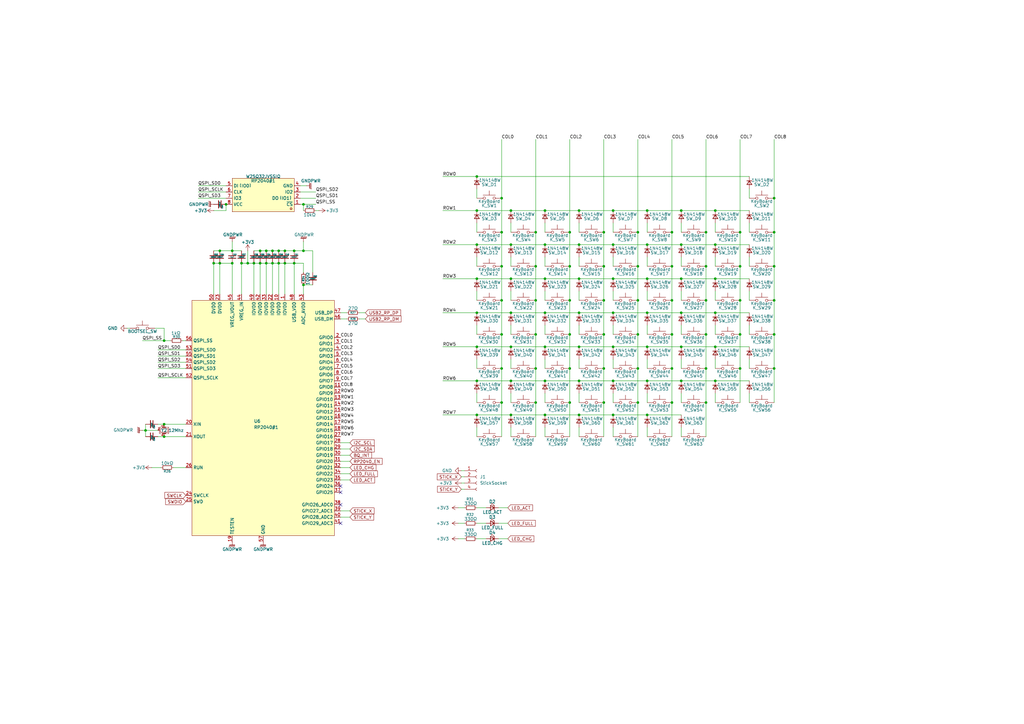
<source format=kicad_sch>
(kicad_sch (version 20250114) (generator "eeschema") (generator_version "9.0")
  (paper "A3")
  (junction (at 124.46 116.84))
  (junction (at 116.84 102.87))
  (junction (at 303.53 123.19))
  (junction (at 317.5 123.19))
  (junction (at 275.59 109.22))
  (junction (at 223.52 100.33))
  (junction (at 209.55 170.18))
  (junction (at 317.5 81.28))
  (junction (at 106.68 102.87))
  (junction (at 104.14 107.95))
  (junction (at 92.71 83.82))
  (junction (at 223.52 128.27))
  (junction (at 233.68 165.1))
  (junction (at 303.53 95.25))
  (junction (at 247.65 165.1))
  (junction (at 90.17 102.87))
  (junction (at 205.74 151.13))
  (junction (at 279.4 100.33))
  (junction (at 265.43 86.36))
  (junction (at 261.62 151.13))
  (junction (at 275.59 151.13))
  (junction (at 279.4 156.21))
  (junction (at 303.53 137.16))
  (junction (at 205.74 81.28))
  (junction (at 289.56 137.16))
  (junction (at 261.62 165.1))
  (junction (at 205.74 137.16))
  (junction (at 237.49 170.18))
  (junction (at 251.46 170.18))
  (junction (at 261.62 123.19))
  (junction (at 247.65 123.19))
  (junction (at 205.74 165.1))
  (junction (at 195.58 142.24))
  (junction (at 219.71 123.19))
  (junction (at 251.46 128.27))
  (junction (at 67.31 179.07))
  (junction (at 293.37 100.33))
  (junction (at 209.55 114.3))
  (junction (at 111.76 107.95))
  (junction (at 247.65 151.13))
  (junction (at 223.52 142.24))
  (junction (at 251.46 100.33))
  (junction (at 195.58 128.27))
  (junction (at 219.71 109.22))
  (junction (at 279.4 114.3))
  (junction (at 251.46 142.24))
  (junction (at 223.52 156.21))
  (junction (at 219.71 165.1))
  (junction (at 233.68 151.13))
  (junction (at 114.3 107.95))
  (junction (at 289.56 165.1))
  (junction (at 101.6 107.95))
  (junction (at 59.69 176.53))
  (junction (at 289.56 123.19))
  (junction (at 233.68 123.19))
  (junction (at 293.37 114.3))
  (junction (at 209.55 156.21))
  (junction (at 289.56 109.22))
  (junction (at 265.43 114.3))
  (junction (at 120.65 107.95))
  (junction (at 219.71 137.16))
  (junction (at 237.49 128.27))
  (junction (at 233.68 137.16))
  (junction (at 95.25 102.87))
  (junction (at 275.59 95.25))
  (junction (at 303.53 109.22))
  (junction (at 237.49 86.36))
  (junction (at 317.5 95.25))
  (junction (at 223.52 170.18))
  (junction (at 293.37 142.24))
  (junction (at 275.59 137.16))
  (junction (at 251.46 114.3))
  (junction (at 293.37 128.27))
  (junction (at 289.56 95.25))
  (junction (at 205.74 109.22))
  (junction (at 195.58 72.39))
  (junction (at 124.46 102.87))
  (junction (at 209.55 100.33))
  (junction (at 99.06 107.95))
  (junction (at 106.68 107.95))
  (junction (at 67.31 139.7))
  (junction (at 209.55 86.36))
  (junction (at 205.74 123.19))
  (junction (at 87.63 107.95))
  (junction (at 317.5 137.16))
  (junction (at 265.43 170.18))
  (junction (at 219.71 95.25))
  (junction (at 223.52 114.3))
  (junction (at 247.65 95.25))
  (junction (at 109.22 102.87))
  (junction (at 237.49 100.33))
  (junction (at 279.4 86.36))
  (junction (at 124.46 83.82))
  (junction (at 303.53 151.13))
  (junction (at 114.3 102.87))
  (junction (at 317.5 109.22))
  (junction (at 261.62 137.16))
  (junction (at 195.58 114.3))
  (junction (at 247.65 137.16))
  (junction (at 223.52 86.36))
  (junction (at 195.58 170.18))
  (junction (at 265.43 142.24))
  (junction (at 120.65 102.87))
  (junction (at 116.84 107.95))
  (junction (at 261.62 109.22))
  (junction (at 293.37 156.21))
  (junction (at 95.25 107.95))
  (junction (at 111.76 102.87))
  (junction (at 233.68 109.22))
  (junction (at 265.43 156.21))
  (junction (at 67.31 173.99))
  (junction (at 195.58 100.33))
  (junction (at 205.74 95.25))
  (junction (at 247.65 109.22))
  (junction (at 195.58 86.36))
  (junction (at 279.4 128.27))
  (junction (at 237.49 142.24))
  (junction (at 233.68 95.25))
  (junction (at 293.37 86.36))
  (junction (at 265.43 128.27))
  (junction (at 195.58 156.21))
  (junction (at 237.49 114.3))
  (junction (at 279.4 142.24))
  (junction (at 265.43 100.33))
  (junction (at 275.59 123.19))
  (junction (at 237.49 156.21))
  (junction (at 251.46 86.36))
  (junction (at 261.62 95.25))
  (junction (at 317.5 151.13))
  (junction (at 275.59 165.1))
  (junction (at 209.55 142.24))
  (junction (at 251.46 156.21))
  (junction (at 209.55 128.27))
  (junction (at 109.22 107.95))
  (junction (at 219.71 151.13))
  (junction (at 90.17 107.95))
  (junction (at 289.56 151.13))
  (no_connect (at 139.7 214.63))
  (no_connect (at 139.7 199.39))
  (no_connect (at 139.7 207.01))
  (no_connect (at 139.7 201.93))
  (wire (pts (xy 247.65 151.13) (xy 247.65 165.1)))
  (wire (pts (xy 114.3 107.95) (xy 116.84 107.95)))
  (wire (pts (xy 101.6 102.87) (xy 101.6 107.95)))
  (wire (pts (xy 293.37 119.38) (xy 293.37 123.19)))
  (wire (pts (xy 317.5 151.13) (xy 317.5 165.1)))
  (wire (pts (xy 223.52 156.21) (xy 237.49 156.21)))
  (wire (pts (xy 209.55 142.24) (xy 223.52 142.24)))
  (wire (pts (xy 116.84 102.87) (xy 120.65 102.87)))
  (wire (pts (xy 261.62 165.1) (xy 261.62 179.07)))
  (wire (pts (xy 279.4 100.33) (xy 293.37 100.33)))
  (wire (pts (xy 251.46 105.41) (xy 251.46 109.22)))
  (wire (pts (xy 87.63 107.95) (xy 87.63 120.65)))
  (wire (pts (xy 237.49 175.26) (xy 237.49 179.07)))
  (wire (pts (xy 143.51 196.85) (xy 139.7 196.85)))
  (wire (pts (xy 247.65 123.19) (xy 247.65 137.16)))
  (wire (pts (xy 204.47 220.98) (xy 208.28 220.98)))
  (wire (pts (xy 289.56 151.13) (xy 289.56 165.1)))
  (wire (pts (xy 303.53 57.15) (xy 303.53 95.25)))
  (wire (pts (xy 95.25 107.95) (xy 95.25 120.65)))
  (wire (pts (xy 129.54 78.74) (xy 123.19 78.74)))
  (wire (pts (xy 251.46 133.35) (xy 251.46 137.16)))
  (wire (pts (xy 251.46 147.32) (xy 251.46 151.13)))
  (wire (pts (xy 99.06 102.87) (xy 95.25 102.87)))
  (wire (pts (xy 317.5 57.15) (xy 317.5 81.28)))
  (wire (pts (xy 120.65 107.95) (xy 124.46 107.95)))
  (wire (pts (xy 195.58 208.28) (xy 199.39 208.28)))
  (wire (pts (xy 63.5 134.62) (xy 67.31 134.62)))
  (wire (pts (xy 251.46 100.33) (xy 265.43 100.33)))
  (wire (pts (xy 247.65 109.22) (xy 247.65 123.19)))
  (wire (pts (xy 205.74 151.13) (xy 205.74 165.1)))
  (wire (pts (xy 106.68 107.95) (xy 106.68 120.65)))
  (wire (pts (xy 219.71 109.22) (xy 219.71 123.19)))
  (wire (pts (xy 307.34 133.35) (xy 307.34 137.16)))
  (wire (pts (xy 59.69 179.07) (xy 59.69 176.53)))
  (wire (pts (xy 279.4 114.3) (xy 293.37 114.3)))
  (wire (pts (xy 251.46 119.38) (xy 251.46 123.19)))
  (wire (pts (xy 279.4 128.27) (xy 293.37 128.27)))
  (wire (pts (xy 90.17 107.95) (xy 90.17 120.65)))
  (wire (pts (xy 303.53 151.13) (xy 303.53 165.1)))
  (wire (pts (xy 67.31 179.07) (xy 76.2 179.07)))
  (wire (pts (xy 237.49 100.33) (xy 251.46 100.33)))
  (wire (pts (xy 189.23 193.04) (xy 190.5 193.04)))
  (wire (pts (xy 275.59 109.22) (xy 275.59 123.19)))
  (wire (pts (xy 195.58 133.35) (xy 195.58 137.16)))
  (wire (pts (xy 293.37 114.3) (xy 307.34 114.3)))
  (wire (pts (xy 81.28 81.28) (xy 92.71 81.28)))
  (wire (pts (xy 181.61 156.21) (xy 195.58 156.21)))
  (wire (pts (xy 237.49 119.38) (xy 237.49 123.19)))
  (wire (pts (xy 116.84 102.87) (xy 114.3 102.87)))
  (wire (pts (xy 275.59 137.16) (xy 275.59 151.13)))
  (wire (pts (xy 233.68 137.16) (xy 233.68 151.13)))
  (wire (pts (xy 59.69 176.53) (xy 59.69 173.99)))
  (wire (pts (xy 265.43 156.21) (xy 279.4 156.21)))
  (wire (pts (xy 279.4 175.26) (xy 279.4 179.07)))
  (wire (pts (xy 279.4 142.24) (xy 293.37 142.24)))
  (wire (pts (xy 142.24 130.81) (xy 139.7 130.81)))
  (wire (pts (xy 109.22 107.95) (xy 109.22 120.65)))
  (wire (pts (xy 124.46 83.82) (xy 129.54 83.82)))
  (wire (pts (xy 64.77 146.05) (xy 76.2 146.05)))
  (wire (pts (xy 181.61 86.36) (xy 195.58 86.36)))
  (wire (pts (xy 247.65 95.25) (xy 247.65 109.22)))
  (wire (pts (xy 143.51 194.31) (xy 139.7 194.31)))
  (wire (pts (xy 237.49 147.32) (xy 237.49 151.13)))
  (wire (pts (xy 125.73 76.2) (xy 123.19 76.2)))
  (wire (pts (xy 67.31 173.99) (xy 76.2 173.99)))
  (wire (pts (xy 279.4 91.44) (xy 279.4 95.25)))
  (wire (pts (xy 189.23 198.12) (xy 190.5 198.12)))
  (wire (pts (xy 124.46 83.82) (xy 124.46 86.36)))
  (wire (pts (xy 189.23 195.58) (xy 190.5 195.58)))
  (wire (pts (xy 104.14 107.95) (xy 104.14 120.65)))
  (wire (pts (xy 109.22 102.87) (xy 106.68 102.87)))
  (wire (pts (xy 261.62 137.16) (xy 261.62 151.13)))
  (wire (pts (xy 219.71 151.13) (xy 219.71 165.1)))
  (wire (pts (xy 209.55 114.3) (xy 223.52 114.3)))
  (wire (pts (xy 209.55 175.26) (xy 209.55 179.07)))
  (wire (pts (xy 279.4 156.21) (xy 293.37 156.21)))
  (wire (pts (xy 303.53 137.16) (xy 303.53 151.13)))
  (wire (pts (xy 265.43 91.44) (xy 265.43 95.25)))
  (wire (pts (xy 90.17 102.87) (xy 95.25 102.87)))
  (wire (pts (xy 62.23 191.77) (xy 66.04 191.77)))
  (wire (pts (xy 289.56 109.22) (xy 289.56 123.19)))
  (wire (pts (xy 143.51 186.69) (xy 139.7 186.69)))
  (wire (pts (xy 237.49 170.18) (xy 251.46 170.18)))
  (wire (pts (xy 195.58 119.38) (xy 195.58 123.19)))
  (wire (pts (xy 289.56 137.16) (xy 289.56 151.13)))
  (wire (pts (xy 293.37 91.44) (xy 293.37 95.25)))
  (wire (pts (xy 237.49 105.41) (xy 237.49 109.22)))
  (wire (pts (xy 237.49 133.35) (xy 237.49 137.16)))
  (wire (pts (xy 251.46 128.27) (xy 265.43 128.27)))
  (wire (pts (xy 195.58 175.26) (xy 195.58 179.07)))
  (wire (pts (xy 265.43 147.32) (xy 265.43 151.13)))
  (wire (pts (xy 265.43 114.3) (xy 279.4 114.3)))
  (wire (pts (xy 87.63 102.87) (xy 90.17 102.87)))
  (wire (pts (xy 195.58 170.18) (xy 209.55 170.18)))
  (wire (pts (xy 237.49 128.27) (xy 251.46 128.27)))
  (wire (pts (xy 307.34 105.41) (xy 307.34 109.22)))
  (wire (pts (xy 130.81 86.36) (xy 129.54 86.36)))
  (wire (pts (xy 307.34 77.47) (xy 307.34 81.28)))
  (wire (pts (xy 223.52 175.26) (xy 223.52 179.07)))
  (wire (pts (xy 237.49 142.24) (xy 251.46 142.24)))
  (wire (pts (xy 190.5 220.98) (xy 187.96 220.98)))
  (wire (pts (xy 205.74 57.15) (xy 205.74 81.28)))
  (wire (pts (xy 181.61 142.24) (xy 195.58 142.24)))
  (wire (pts (xy 279.4 105.41) (xy 279.4 109.22)))
  (wire (pts (xy 195.58 100.33) (xy 209.55 100.33)))
  (wire (pts (xy 209.55 86.36) (xy 223.52 86.36)))
  (wire (pts (xy 143.51 209.55) (xy 139.7 209.55)))
  (wire (pts (xy 209.55 119.38) (xy 209.55 123.19)))
  (wire (pts (xy 64.77 173.99) (xy 67.31 173.99)))
  (wire (pts (xy 317.5 137.16) (xy 317.5 151.13)))
  (wire (pts (xy 261.62 109.22) (xy 261.62 123.19)))
  (wire (pts (xy 219.71 57.15) (xy 219.71 95.25)))
  (wire (pts (xy 223.52 142.24) (xy 237.49 142.24)))
  (wire (pts (xy 275.59 151.13) (xy 275.59 165.1)))
  (wire (pts (xy 190.5 214.63) (xy 187.96 214.63)))
  (wire (pts (xy 87.63 107.95) (xy 90.17 107.95)))
  (wire (pts (xy 279.4 119.38) (xy 279.4 123.19)))
  (wire (pts (xy 303.53 109.22) (xy 303.53 123.19)))
  (wire (pts (xy 128.27 111.76) (xy 128.27 102.87)))
  (wire (pts (xy 251.46 156.21) (xy 265.43 156.21)))
  (wire (pts (xy 307.34 161.29) (xy 307.34 165.1)))
  (wire (pts (xy 261.62 95.25) (xy 261.62 109.22)))
  (wire (pts (xy 265.43 170.18) (xy 279.4 170.18)))
  (wire (pts (xy 195.58 72.39) (xy 307.34 72.39)))
  (wire (pts (xy 223.52 128.27) (xy 237.49 128.27)))
  (wire (pts (xy 181.61 170.18) (xy 195.58 170.18)))
  (wire (pts (xy 147.32 128.27) (xy 149.86 128.27)))
  (wire (pts (xy 261.62 123.19) (xy 261.62 137.16)))
  (wire (pts (xy 317.5 123.19) (xy 317.5 137.16)))
  (wire (pts (xy 233.68 57.15) (xy 233.68 95.25)))
  (wire (pts (xy 317.5 109.22) (xy 317.5 123.19)))
  (wire (pts (xy 307.34 147.32) (xy 307.34 151.13)))
  (wire (pts (xy 124.46 99.06) (xy 124.46 102.87)))
  (wire (pts (xy 181.61 72.39) (xy 195.58 72.39)))
  (wire (pts (xy 275.59 95.25) (xy 275.59 109.22)))
  (wire (pts (xy 181.61 100.33) (xy 195.58 100.33)))
  (wire (pts (xy 209.55 91.44) (xy 209.55 95.25)))
  (wire (pts (xy 293.37 128.27) (xy 307.34 128.27)))
  (wire (pts (xy 58.42 139.7) (xy 67.31 139.7)))
  (wire (pts (xy 251.46 175.26) (xy 251.46 179.07)))
  (wire (pts (xy 251.46 170.18) (xy 265.43 170.18)))
  (wire (pts (xy 195.58 105.41) (xy 195.58 109.22)))
  (wire (pts (xy 237.49 114.3) (xy 251.46 114.3)))
  (wire (pts (xy 71.12 191.77) (xy 76.2 191.77)))
  (wire (pts (xy 275.59 57.15) (xy 275.59 95.25)))
  (wire (pts (xy 265.43 119.38) (xy 265.43 123.19)))
  (wire (pts (xy 181.61 114.3) (xy 195.58 114.3)))
  (wire (pts (xy 219.71 137.16) (xy 219.71 151.13)))
  (wire (pts (xy 124.46 111.76) (xy 124.46 107.95)))
  (wire (pts (xy 289.56 57.15) (xy 289.56 95.25)))
  (wire (pts (xy 205.74 109.22) (xy 205.74 123.19)))
  (wire (pts (xy 237.49 156.21) (xy 251.46 156.21)))
  (wire (pts (xy 289.56 95.25) (xy 289.56 109.22)))
  (wire (pts (xy 81.28 76.2) (xy 92.71 76.2)))
  (wire (pts (xy 52.07 134.62) (xy 53.34 134.62)))
  (wire (pts (xy 233.68 109.22) (xy 233.68 123.19)))
  (wire (pts (xy 307.34 119.38) (xy 307.34 123.19)))
  (wire (pts (xy 58.42 176.53) (xy 59.69 176.53)))
  (wire (pts (xy 101.6 107.95) (xy 99.06 107.95)))
  (wire (pts (xy 204.47 208.28) (xy 208.28 208.28)))
  (wire (pts (xy 123.19 83.82) (xy 124.46 83.82)))
  (wire (pts (xy 219.71 95.25) (xy 219.71 109.22)))
  (wire (pts (xy 101.6 107.95) (xy 104.14 107.95)))
  (wire (pts (xy 265.43 133.35) (xy 265.43 137.16)))
  (wire (pts (xy 223.52 91.44) (xy 223.52 95.25)))
  (wire (pts (xy 209.55 100.33) (xy 223.52 100.33)))
  (wire (pts (xy 195.58 114.3) (xy 209.55 114.3)))
  (wire (pts (xy 99.06 107.95) (xy 99.06 120.65)))
  (wire (pts (xy 64.77 154.94) (xy 76.2 154.94)))
  (wire (pts (xy 111.76 107.95) (xy 111.76 120.65)))
  (wire (pts (xy 223.52 86.36) (xy 237.49 86.36)))
  (wire (pts (xy 293.37 161.29) (xy 293.37 165.1)))
  (wire (pts (xy 223.52 100.33) (xy 237.49 100.33)))
  (wire (pts (xy 92.71 86.36) (xy 92.71 83.82)))
  (wire (pts (xy 265.43 86.36) (xy 279.4 86.36)))
  (wire (pts (xy 209.55 105.41) (xy 209.55 109.22)))
  (wire (pts (xy 209.55 170.18) (xy 223.52 170.18)))
  (wire (pts (xy 195.58 214.63) (xy 199.39 214.63)))
  (wire (pts (xy 247.65 57.15) (xy 247.65 95.25)))
  (wire (pts (xy 81.28 78.74) (xy 92.71 78.74)))
  (wire (pts (xy 205.74 137.16) (xy 205.74 151.13)))
  (wire (pts (xy 74.93 139.7) (xy 76.2 139.7)))
  (wire (pts (xy 109.22 107.95) (xy 111.76 107.95)))
  (wire (pts (xy 104.14 107.95) (xy 106.68 107.95)))
  (wire (pts (xy 204.47 214.63) (xy 208.28 214.63)))
  (wire (pts (xy 95.25 102.87) (xy 95.25 99.06)))
  (wire (pts (xy 223.52 170.18) (xy 237.49 170.18)))
  (wire (pts (xy 209.55 147.32) (xy 209.55 151.13)))
  (wire (pts (xy 293.37 156.21) (xy 307.34 156.21)))
  (wire (pts (xy 64.77 143.51) (xy 76.2 143.51)))
  (wire (pts (xy 195.58 161.29) (xy 195.58 165.1)))
  (wire (pts (xy 233.68 95.25) (xy 233.68 109.22)))
  (wire (pts (xy 317.5 81.28) (xy 317.5 95.25)))
  (wire (pts (xy 209.55 161.29) (xy 209.55 165.1)))
  (wire (pts (xy 223.52 161.29) (xy 223.52 165.1)))
  (wire (pts (xy 106.68 107.95) (xy 109.22 107.95)))
  (wire (pts (xy 247.65 165.1) (xy 247.65 179.07)))
  (wire (pts (xy 275.59 165.1) (xy 275.59 179.07)))
  (wire (pts (xy 223.52 105.41) (xy 223.52 109.22)))
  (wire (pts (xy 195.58 86.36) (xy 209.55 86.36)))
  (wire (pts (xy 190.5 208.28) (xy 187.96 208.28)))
  (wire (pts (xy 90.17 107.95) (xy 95.25 107.95)))
  (wire (pts (xy 265.43 100.33) (xy 279.4 100.33)))
  (wire (pts (xy 67.31 134.62) (xy 67.31 139.7)))
  (wire (pts (xy 124.46 116.84) (xy 124.46 120.65)))
  (wire (pts (xy 223.52 147.32) (xy 223.52 151.13)))
  (wire (pts (xy 116.84 107.95) (xy 120.65 107.95)))
  (wire (pts (xy 303.53 95.25) (xy 303.53 109.22)))
  (wire (pts (xy 251.46 142.24) (xy 265.43 142.24)))
  (wire (pts (xy 251.46 114.3) (xy 265.43 114.3)))
  (wire (pts (xy 142.24 128.27) (xy 139.7 128.27)))
  (wire (pts (xy 64.77 179.07) (xy 67.31 179.07)))
  (wire (pts (xy 195.58 128.27) (xy 209.55 128.27)))
  (wire (pts (xy 195.58 77.47) (xy 195.58 81.28)))
  (wire (pts (xy 114.3 107.95) (xy 114.3 120.65)))
  (wire (pts (xy 237.49 91.44) (xy 237.49 95.25)))
  (wire (pts (xy 219.71 123.19) (xy 219.71 137.16)))
  (wire (pts (xy 293.37 105.41) (xy 293.37 109.22)))
  (wire (pts (xy 124.46 116.84) (xy 128.27 116.84)))
  (wire (pts (xy 279.4 86.36) (xy 293.37 86.36)))
  (wire (pts (xy 261.62 57.15) (xy 261.62 95.25)))
  (wire (pts (xy 293.37 147.32) (xy 293.37 151.13)))
  (wire (pts (xy 195.58 142.24) (xy 209.55 142.24)))
  (wire (pts (xy 251.46 161.29) (xy 251.46 165.1)))
  (wire (pts (xy 195.58 91.44) (xy 195.58 95.25)))
  (wire (pts (xy 64.77 148.59) (xy 76.2 148.59)))
  (wire (pts (xy 293.37 142.24) (xy 307.34 142.24)))
  (wire (pts (xy 147.32 130.81) (xy 149.86 130.81)))
  (wire (pts (xy 195.58 220.98) (xy 199.39 220.98)))
  (wire (pts (xy 251.46 86.36) (xy 265.43 86.36)))
  (wire (pts (xy 69.85 139.7) (xy 67.31 139.7)))
  (wire (pts (xy 219.71 165.1) (xy 219.71 179.07)))
  (wire (pts (xy 289.56 123.19) (xy 289.56 137.16)))
  (wire (pts (xy 275.59 123.19) (xy 275.59 137.16)))
  (wire (pts (xy 289.56 165.1) (xy 289.56 179.07)))
  (wire (pts (xy 261.62 151.13) (xy 261.62 165.1)))
  (wire (pts (xy 209.55 128.27) (xy 223.52 128.27)))
  (wire (pts (xy 265.43 128.27) (xy 279.4 128.27)))
  (wire (pts (xy 143.51 181.61) (xy 139.7 181.61)))
  (wire (pts (xy 293.37 86.36) (xy 307.34 86.36)))
  (wire (pts (xy 307.34 91.44) (xy 307.34 95.25)))
  (wire (pts (xy 205.74 165.1) (xy 205.74 179.07)))
  (wire (pts (xy 143.51 212.09) (xy 139.7 212.09)))
  (wire (pts (xy 265.43 175.26) (xy 265.43 179.07)))
  (wire (pts (xy 251.46 91.44) (xy 251.46 95.25)))
  (wire (pts (xy 111.76 102.87) (xy 109.22 102.87)))
  (wire (pts (xy 265.43 105.41) (xy 265.43 109.22)))
  (wire (pts (xy 247.65 137.16) (xy 247.65 151.13)))
  (wire (pts (xy 303.53 123.19) (xy 303.53 137.16)))
  (wire (pts (xy 87.63 86.36) (xy 92.71 86.36)))
  (wire (pts (xy 114.3 102.87) (xy 111.76 102.87)))
  (wire (pts (xy 233.68 123.19) (xy 233.68 137.16)))
  (wire (pts (xy 209.55 133.35) (xy 209.55 137.16)))
  (wire (pts (xy 128.27 102.87) (xy 124.46 102.87)))
  (wire (pts (xy 189.23 200.66) (xy 190.5 200.66)))
  (wire (pts (xy 237.49 161.29) (xy 237.49 165.1)))
  (wire (pts (xy 223.52 114.3) (xy 237.49 114.3)))
  (wire (pts (xy 237.49 86.36) (xy 251.46 86.36)))
  (wire (pts (xy 116.84 107.95) (xy 116.84 120.65)))
  (wire (pts (xy 205.74 95.25) (xy 205.74 109.22)))
  (wire (pts (xy 143.51 184.15) (xy 139.7 184.15)))
  (wire (pts (xy 195.58 156.21) (xy 209.55 156.21)))
  (wire (pts (xy 59.69 176.53) (xy 64.77 176.53)))
  (wire (pts (xy 293.37 100.33) (xy 307.34 100.33)))
  (wire (pts (xy 64.77 151.13) (xy 76.2 151.13)))
  (wire (pts (xy 120.65 102.87) (xy 124.46 102.87)))
  (wire (pts (xy 233.68 165.1) (xy 233.68 179.07)))
  (wire (pts (xy 293.37 133.35) (xy 293.37 137.16)))
  (wire (pts (xy 181.61 128.27) (xy 195.58 128.27)))
  (wire (pts (xy 223.52 133.35) (xy 223.52 137.16)))
  (wire (pts (xy 106.68 102.87) (xy 104.14 102.87)))
  (wire (pts (xy 195.58 147.32) (xy 195.58 151.13)))
  (wire (pts (xy 205.74 81.28) (xy 205.74 95.25)))
  (wire (pts (xy 233.68 151.13) (xy 233.68 165.1)))
  (wire (pts (xy 129.54 81.28) (xy 123.19 81.28)))
  (wire (pts (xy 279.4 147.32) (xy 279.4 151.13)))
  (wire (pts (xy 143.51 191.77) (xy 139.7 191.77)))
  (wire (pts (xy 120.65 107.95) (xy 120.65 120.65)))
  (wire (pts (xy 279.4 161.29) (xy 279.4 165.1)))
  (wire (pts (xy 279.4 133.35) (xy 279.4 137.16)))
  (wire (pts (xy 265.43 161.29) (xy 265.43 165.1)))
  (wire (pts (xy 317.5 95.25) (xy 317.5 109.22)))
  (wire (pts (xy 111.76 107.95) (xy 114.3 107.95)))
  (wire (pts (xy 223.52 119.38) (xy 223.52 123.19)))
  (wire (pts (xy 209.55 156.21) (xy 223.52 156.21)))
  (wire (pts (xy 265.43 142.24) (xy 279.4 142.24)))
  (wire (pts (xy 143.51 189.23) (xy 139.7 189.23)))
  (wire (pts (xy 205.74 123.19) (xy 205.74 137.16)))
  (label "QSPI_SCLK" (at 81.28 78.74 0))
  (label "ROW1" (at 181.61 86.36 0))
  (label "QSPI_SD2" (at 129.54 78.74 0))
  (label "COL3" (at 247.65 57.15 0))
  (label "COL0" (at 139.7 138.43 0))
  (label "COL7" (at 303.53 57.15 0))
  (label "COL4" (at 139.7 148.59 0))
  (label "ROW2" (at 181.61 100.33 0))
  (label "COL3" (at 139.7 146.05 0))
  (label "QSPI_SD1" (at 64.77 146.05 0))
  (label "ROW6" (at 181.61 156.21 0))
  (label "QSPI_SD0" (at 81.28 76.2 0))
  (label "QSPI_SS" (at 129.54 83.82 0))
  (label "ROW7" (at 181.61 170.18 0))
  (label "QSPI_SD3" (at 81.28 81.28 0))
  (label "COL4" (at 261.62 57.15 0))
  (label "QSPI_SD2" (at 64.77 148.59 0))
  (label "COL2" (at 139.7 143.51 0))
  (label "COL5" (at 139.7 151.13 0))
  (label "COL6" (at 289.56 57.15 0))
  (label "QSPI_SCLK" (at 64.77 154.94 0))
  (label "QSPI_SS" (at 58.42 139.7 0))
  (label "COL0" (at 205.74 57.15 0))
  (label "COL8" (at 317.5 57.15 0))
  (label "QSPI_SD1" (at 129.54 81.28 0))
  (label "QSPI_SD0" (at 64.77 143.51 0))
  (label "QSPI_SD3" (at 64.77 151.13 0))
  (label "COL1" (at 139.7 140.97 0))
  (label "COL6" (at 139.7 153.67 0))
  (label "COL8" (at 139.7 158.75 0))
  (label "COL5" (at 275.59 57.15 0))
  (label "COL1" (at 219.71 57.15 0))
  (label "ROW3" (at 181.61 114.3 0))
  (label "COL7" (at 139.7 156.21 0))
  (label "ROW0" (at 181.61 72.39 0))
  (label "ROW7" (at 139.7 179.07 0))
  (label "ROW3" (at 139.7 168.91 0))
  (label "ROW4" (at 139.7 171.45 0))
  (label "ROW6" (at 139.7 176.53 0))
  (label "ROW0" (at 139.7 161.29 0))
  (label "ROW1" (at 139.7 163.83 0))
  (label "ROW2" (at 139.7 166.37 0))
  (label "ROW5" (at 139.7 173.99 0))
  (label "ROW5" (at 181.61 142.24 0))
  (label "COL2" (at 233.68 57.15 0))
  (label "ROW4" (at 181.61 128.27 0))
  (global_label "RP2040_EN" (shape input) (at 143.51 189.23 0) (property "Intersheetrefs" "${INTERSHEET_REFS}" (effects (hide yes))))
  (global_label "SWCLK" (shape input) (at 76.2 203.2 180) (property "Intersheetrefs" "${INTERSHEET_REFS}" (effects (hide yes))))
  (global_label "BQ_INT" (shape input) (at 143.51 186.69 0) (property "Intersheetrefs" "${INTERSHEET_REFS}" (effects (hide yes))))
  (global_label "STICK_X" (shape input) (at 189.23 195.58 180) (property "Intersheetrefs" "${INTERSHEET_REFS}" (effects (hide yes))))
  (global_label "STICK_X" (shape input) (at 143.51 209.55 0) (property "Intersheetrefs" "${INTERSHEET_REFS}" (effects (hide yes))))
  (global_label "STICK_Y" (shape input) (at 189.23 200.66 180) (property "Intersheetrefs" "${INTERSHEET_REFS}" (effects (hide yes))))
  (global_label "LED_CHG" (shape input) (at 143.51 191.77 0) (property "Intersheetrefs" "${INTERSHEET_REFS}" (effects (hide yes))))
  (global_label "SWDIO" (shape input) (at 76.2 205.74 180) (property "Intersheetrefs" "${INTERSHEET_REFS}" (effects (hide yes))))
  (global_label "LED_CHG" (shape input) (at 208.28 220.98 0) (property "Intersheetrefs" "${INTERSHEET_REFS}" (effects (hide yes))))
  (global_label "LED_ACT" (shape input) (at 208.28 208.28 0) (property "Intersheetrefs" "${INTERSHEET_REFS}" (effects (hide yes))))
  (global_label "LED_FULL" (shape input) (at 143.51 194.31 0) (property "Intersheetrefs" "${INTERSHEET_REFS}" (effects (hide yes))))
  (global_label "STICK_Y" (shape input) (at 143.51 212.09 0) (property "Intersheetrefs" "${INTERSHEET_REFS}" (effects (hide yes))))
  (global_label "I2C_SDA" (shape input) (at 143.51 184.15 0) (property "Intersheetrefs" "${INTERSHEET_REFS}" (effects (hide yes))))
  (global_label "USB2_RP_DM" (shape input) (at 149.86 130.81 0) (property "Intersheetrefs" "${INTERSHEET_REFS}" (effects (hide yes))))
  (global_label "LED_ACT" (shape input) (at 143.51 196.85 0) (property "Intersheetrefs" "${INTERSHEET_REFS}" (effects (hide yes))))
  (global_label "USB2_RP_DP" (shape input) (at 149.86 128.27 0) (property "Intersheetrefs" "${INTERSHEET_REFS}" (effects (hide yes))))
  (global_label "I2C_SCL" (shape input) (at 143.51 181.61 0) (property "Intersheetrefs" "${INTERSHEET_REFS}" (effects (hide yes))))
  (global_label "LED_FULL" (shape input) (at 208.28 214.63 0) (property "Intersheetrefs" "${INTERSHEET_REFS}" (effects (hide yes))))
  (symbol (lib_id "Device:D_Small") (at 195.58 144.78 90) (mirror x) (unit 1)
    (property "Reference" "SW_D39" (at 200.66 145.542 90))
    (property "Value" "1N4148W" (at 200.914 143.764 90))
    (property "Description" "Diode, small symbol" (effects (hide yes)))
    (property "Sim.Device" "D" (effects (hide yes)))
    (property "Sim.Pins" "1=K 2=A" (effects (hide yes)))
  )
  (symbol (lib_id "Device:D_Small") (at 251.46 88.9 90) (mirror x) (unit 1)
    (property "Reference" "SW_D7" (at 256.54 89.662 90))
    (property "Value" "1N4148W" (at 256.794 87.884 90))
    (property "Description" "Diode, small symbol" (effects (hide yes)))
    (property "Sim.Device" "D" (effects (hide yes)))
    (property "Sim.Pins" "1=K 2=A" (effects (hide yes)))
  )
  (symbol (lib_id "Switch:SW_Push") (at 214.63 179.07 0) (unit 1)
    (property "Reference" "K_SW58" (at 214.63 182.118 0))
    (property "Value" "KeyBoard" (at 214.63 180.34 0))
    (property "Description" "Push button switch, generic, two pins" (effects (hide yes)))
  )
  (symbol (lib_id "Switch:SW_Push") (at 200.66 109.22 0) (unit 1)
    (property "Reference" "K_SW12" (at 200.66 112.268 0))
    (property "Value" "KeyBoard" (at 200.66 110.49 0))
    (property "Description" "Push button switch, generic, two pins" (effects (hide yes)))
  )
  (symbol (lib_id "Device:D_Small") (at 209.55 116.84 90) (mirror x) (unit 1)
    (property "Reference" "SW_D22" (at 214.63 117.602 90))
    (property "Value" "1N4148W" (at 214.884 115.824 90))
    (property "Description" "Diode, small symbol" (effects (hide yes)))
    (property "Sim.Device" "D" (effects (hide yes)))
    (property "Sim.Pins" "1=K 2=A" (effects (hide yes)))
  )
  (symbol (lib_id "Device:R_Small") (at 144.78 128.27 270) (unit 1)
    (property "Reference" "R27" (at 144.78 128.27 90) (effects (font (size 0.762 0.762))))
    (property "Value" "27Ω" (at 144.78 126.492 90))
    (property "Description" "Resistor, small symbol" (effects (hide yes)))
  )
  (symbol (lib_id "Device:D_Small") (at 293.37 102.87 90) (mirror x) (unit 1)
    (property "Reference" "SW_D19" (at 298.45 103.632 90))
    (property "Value" "1N4148W" (at 298.704 101.854 90))
    (property "Description" "Diode, small symbol" (effects (hide yes)))
    (property "Sim.Device" "D" (effects (hide yes)))
    (property "Sim.Pins" "1=K 2=A" (effects (hide yes)))
  )
  (symbol (lib_id "Device:D_Small") (at 237.49 102.87 90) (mirror x) (unit 1)
    (property "Reference" "SW_D15" (at 242.57 103.632 90))
    (property "Value" "1N4148W" (at 242.824 101.854 90))
    (property "Description" "Diode, small symbol" (effects (hide yes)))
    (property "Sim.Device" "D" (effects (hide yes)))
    (property "Sim.Pins" "1=K 2=A" (effects (hide yes)))
  )
  (symbol (lib_id "Switch:SW_Push") (at 214.63 95.25 0) (unit 1)
    (property "Reference" "K_SW4" (at 214.63 98.298 0))
    (property "Value" "KeyBoard" (at 214.63 96.52 0))
    (property "Description" "Push button switch, generic, two pins" (effects (hide yes)))
  )
  (symbol (lib_id "Switch:SW_Push") (at 270.51 109.22 0) (unit 1)
    (property "Reference" "K_SW17" (at 270.51 112.268 0))
    (property "Value" "KeyBoard" (at 270.51 110.49 0))
    (property "Description" "Push button switch, generic, two pins" (effects (hide yes)))
  )
  (symbol (lib_id "Switch:SW_Push") (at 312.42 151.13 0) (unit 1)
    (property "Reference" "K_SW47" (at 312.42 154.178 0))
    (property "Value" "KeyBoard" (at 312.42 152.4 0))
    (property "Description" "Push button switch, generic, two pins" (effects (hide yes)))
  )
  (symbol (lib_id "Device:D_Small") (at 307.34 102.87 90) (mirror x) (unit 1)
    (property "Reference" "SW_D20" (at 312.42 103.632 90))
    (property "Value" "1N4148W" (at 312.674 101.854 90))
    (property "Description" "Diode, small symbol" (effects (hide yes)))
    (property "Sim.Device" "D" (effects (hide yes)))
    (property "Sim.Pins" "1=K 2=A" (effects (hide yes)))
  )
  (symbol (lib_id "Switch:SW_Push") (at 284.48 95.25 0) (unit 1)
    (property "Reference" "K_SW9" (at 284.48 98.298 0))
    (property "Value" "KeyBoard" (at 284.48 96.52 0))
    (property "Description" "Push button switch, generic, two pins" (effects (hide yes)))
  )
  (symbol (lib_id "Device:LED_Small") (at 201.93 214.63 0) (mirror y) (unit 1)
    (property "Reference" "D3" (at 201.93 212.09 0))
    (property "Value" "LED_FULL" (at 201.93 216.408 0))
    (property "Description" "Light emitting diode, small symbol" (effects (hide yes)))
    (property "Sim.Pin" "1=K 2=A" (effects (hide yes)))
  )
  (symbol (lib_id "Switch:SW_Push") (at 242.57 123.19 0) (unit 1)
    (property "Reference" "K_SW24" (at 242.57 126.238 0))
    (property "Value" "KeyBoard" (at 242.57 124.46 0))
    (property "Description" "Push button switch, generic, two pins" (effects (hide yes)))
  )
  (symbol (lib_id "Switch:SW_Push") (at 312.42 137.16 0) (unit 1)
    (property "Reference" "K_SW38" (at 312.42 140.208 0))
    (property "Value" "KeyBoard" (at 312.42 138.43 0))
    (property "Description" "Push button switch, generic, two pins" (effects (hide yes)))
  )
  (symbol (lib_id "Switch:SW_Push") (at 200.66 123.19 0) (unit 1)
    (property "Reference" "K_SW21" (at 200.66 126.238 0))
    (property "Value" "KeyBoard" (at 200.66 124.46 0))
    (property "Description" "Push button switch, generic, two pins" (effects (hide yes)))
  )
  (symbol (lib_id "Device:C_Small") (at 62.23 173.99 270) (mirror x) (unit 1)
    (property "Reference" "C65" (at 63.246 175.768 0) (effects (font (size 0.508 0.508)) (justify left)))
    (property "Value" "15pF" (at 62.23 175.26 0) (effects (font (size 0.508 0.508)) (justify left)))
    (property "Description" "Unpolarized capacitor, small symbol" (effects (hide yes)))
  )
  (symbol (lib_id "PortaRe0:W25Q32JVSSIQ") (at 107.95 80.01 180) (unit 1)
    (property "Reference" "RP2040#1" (at 107.95 74.168 0))
    (property "Value" "W25Q32JVSSIQ" (at 107.95 72.39 0))
    (property "Footprint" "PortaRe0:SOIC-8_L5.3-W5.3-P1.27-LS8.0-BL" (effects (hide yes)))
    (property "Datasheet" "https://lcsc.com/product-detail/FLASH_W25Q32JVSSIQ_C82344.html" (effects (hide yes)))
    (property "LCSC Part" "C82344" (effects (hide yes)))
  )
  (symbol (lib_id "Switch:SW_Push") (at 312.42 109.22 0) (unit 1)
    (property "Reference" "K_SW20" (at 312.42 112.268 0))
    (property "Value" "KeyBoard" (at 312.42 110.49 0))
    (property "Description" "Push button switch, generic, two pins" (effects (hide yes)))
  )
  (symbol (lib_id "Device:D_Small") (at 195.58 74.93 90) (mirror x) (unit 1)
    (property "Reference" "SW_D1" (at 200.66 75.692 90))
    (property "Value" "1N4148W" (at 200.914 73.914 90))
    (property "Description" "Diode, small symbol" (effects (hide yes)))
    (property "Sim.Device" "D" (effects (hide yes)))
    (property "Sim.Pins" "1=K 2=A" (effects (hide yes)))
  )
  (symbol (lib_id "Switch:SW_Push") (at 242.57 151.13 0) (unit 1)
    (property "Reference" "K_SW42" (at 242.57 154.178 0))
    (property "Value" "KeyBoard" (at 242.57 152.4 0))
    (property "Description" "Push button switch, generic, two pins" (effects (hide yes)))
  )
  (symbol (lib_id "Switch:SW_Push") (at 270.51 95.25 0) (unit 1)
    (property "Reference" "K_SW8" (at 270.51 98.298 0))
    (property "Value" "KeyBoard" (at 270.51 96.52 0))
    (property "Description" "Push button switch, generic, two pins" (effects (hide yes)))
  )
  (symbol (lib_id "Device:D_Small") (at 279.4 144.78 90) (mirror x) (unit 1)
    (property "Reference" "SW_D45" (at 284.48 145.542 90))
    (property "Value" "1N4148W" (at 284.734 143.764 90))
    (property "Description" "Diode, small symbol" (effects (hide yes)))
    (property "Sim.Device" "D" (effects (hide yes)))
    (property "Sim.Pins" "1=K 2=A" (effects (hide yes)))
  )
  (symbol (lib_id "Device:D_Small") (at 223.52 144.78 90) (mirror x) (unit 1)
    (property "Reference" "SW_D41" (at 228.6 145.542 90))
    (property "Value" "1N4148W" (at 228.854 143.764 90))
    (property "Description" "Diode, small symbol" (effects (hide yes)))
    (property "Sim.Device" "D" (effects (hide yes)))
    (property "Sim.Pins" "1=K 2=A" (effects (hide yes)))
  )
  (symbol (lib_id "Switch:SW_Push") (at 200.66 165.1 0) (unit 1)
    (property "Reference" "K_SW48" (at 200.66 168.148 0))
    (property "Value" "KeyBoard" (at 200.66 166.37 0))
    (property "Description" "Push button switch, generic, two pins" (effects (hide yes)))
  )
  (symbol (lib_id "power:GNDPWR") (at 125.73 76.2 90) (unit 1)
    (property "Reference" "#PWR0111" (effects (hide yes)))
    (property "Value" "GNDPWR" (at 127.508 74.168 90))
    (property "Description" "Power symbol creates a global label with name \"GNDPWR\" , global ground" (effects (hide yes)))
  )
  (symbol (lib_id "Device:D_Small") (at 265.43 130.81 90) (mirror x) (unit 1)
    (property "Reference" "SW_D35" (at 270.51 131.572 90))
    (property "Value" "1N4148W" (at 270.764 129.794 90))
    (property "Description" "Diode, small symbol" (effects (hide yes)))
    (property "Sim.Device" "D" (effects (hide yes)))
    (property "Sim.Pins" "1=K 2=A" (effects (hide yes)))
  )
  (symbol (lib_id "Switch:SW_Push") (at 214.63 165.1 0) (unit 1)
    (property "Reference" "K_SW49" (at 214.63 168.148 0))
    (property "Value" "KeyBoard" (at 214.63 166.37 0))
    (property "Description" "Push button switch, generic, two pins" (effects (hide yes)))
  )
  (symbol (lib_id "Device:D_Small") (at 279.4 158.75 90) (mirror x) (unit 1)
    (property "Reference" "SW_D54" (at 284.48 159.512 90))
    (property "Value" "1N4148W" (at 284.734 157.734 90))
    (property "Description" "Diode, small symbol" (effects (hide yes)))
    (property "Sim.Device" "D" (effects (hide yes)))
    (property "Sim.Pins" "1=K 2=A" (effects (hide yes)))
  )
  (symbol (lib_id "Switch:SW_Push") (at 228.6 109.22 0) (unit 1)
    (property "Reference" "K_SW14" (at 228.6 112.268 0))
    (property "Value" "KeyBoard" (at 228.6 110.49 0))
    (property "Description" "Push button switch, generic, two pins" (effects (hide yes)))
  )
  (symbol (lib_id "Switch:SW_Push") (at 298.45 137.16 0) (unit 1)
    (property "Reference" "K_SW37" (at 298.45 140.208 0))
    (property "Value" "KeyBoard" (at 298.45 138.43 0))
    (property "Description" "Push button switch, generic, two pins" (effects (hide yes)))
  )
  (symbol (lib_id "Switch:SW_Push") (at 58.42 134.62 0) (unit 1)
    (property "Reference" "K_SW64" (effects (hide yes)))
    (property "Value" "BOOTSEL_SW" (at 58.42 135.89 0))
    (property "Description" "Push button switch, generic, two pins" (effects (hide yes)))
  )
  (symbol (lib_id "Switch:SW_Push") (at 284.48 165.1 0) (unit 1)
    (property "Reference" "K_SW54" (at 284.48 168.148 0))
    (property "Value" "KeyBoard" (at 284.48 166.37 0))
    (property "Description" "Push button switch, generic, two pins" (effects (hide yes)))
  )
  (symbol (lib_id "Switch:SW_Push") (at 284.48 109.22 0) (unit 1)
    (property "Reference" "K_SW18" (at 284.48 112.268 0))
    (property "Value" "KeyBoard" (at 284.48 110.49 0))
    (property "Description" "Push button switch, generic, two pins" (effects (hide yes)))
  )
  (symbol (lib_id "power:GND") (at 52.07 134.62 270) (unit 1)
    (property "Reference" "#PWR0121" (effects (hide yes)))
    (property "Value" "GND" (at 48.26 134.6199 90) (effects (justify right)))
    (property "Description" "Power symbol creates a global label with name \"GND\" , ground" (effects (hide yes)))
  )
  (symbol (lib_id "Device:D_Small") (at 265.43 158.75 90) (mirror x) (unit 1)
    (property "Reference" "SW_D53" (at 270.51 159.512 90))
    (property "Value" "1N4148W" (at 270.764 157.734 90))
    (property "Description" "Diode, small symbol" (effects (hide yes)))
    (property "Sim.Device" "D" (effects (hide yes)))
    (property "Sim.Pins" "1=K 2=A" (effects (hide yes)))
  )
  (symbol (lib_id "Switch:SW_Push") (at 228.6 151.13 0) (unit 1)
    (property "Reference" "K_SW41" (at 228.6 154.178 0))
    (property "Value" "KeyBoard" (at 228.6 152.4 0))
    (property "Description" "Push button switch, generic, two pins" (effects (hide yes)))
  )
  (symbol (lib_id "Switch:SW_Push") (at 256.54 123.19 0) (unit 1)
    (property "Reference" "K_SW25" (at 256.54 126.238 0))
    (property "Value" "KeyBoard" (at 256.54 124.46 0))
    (property "Description" "Push button switch, generic, two pins" (effects (hide yes)))
  )
  (symbol (lib_id "Switch:SW_Push") (at 214.63 123.19 0) (unit 1)
    (property "Reference" "K_SW22" (at 214.63 126.238 0))
    (property "Value" "KeyBoard" (at 214.63 124.46 0))
    (property "Description" "Push button switch, generic, two pins" (effects (hide yes)))
  )
  (symbol (lib_id "Device:D_Small") (at 223.52 116.84 90) (mirror x) (unit 1)
    (property "Reference" "SW_D23" (at 228.6 117.602 90))
    (property "Value" "1N4148W" (at 228.854 115.824 90))
    (property "Description" "Diode, small symbol" (effects (hide yes)))
    (property "Sim.Device" "D" (effects (hide yes)))
    (property "Sim.Pins" "1=K 2=A" (effects (hide yes)))
  )
  (symbol (lib_id "Switch:SW_Push") (at 256.54 165.1 0) (unit 1)
    (property "Reference" "K_SW52" (at 256.54 168.148 0))
    (property "Value" "KeyBoard" (at 256.54 166.37 0))
    (property "Description" "Push button switch, generic, two pins" (effects (hide yes)))
  )
  (symbol (lib_id "Device:D_Small") (at 265.43 144.78 90) (mirror x) (unit 1)
    (property "Reference" "SW_D44" (at 270.51 145.542 90))
    (property "Value" "1N4148W" (at 270.764 143.764 90))
    (property "Description" "Diode, small symbol" (effects (hide yes)))
    (property "Sim.Device" "D" (effects (hide yes)))
    (property "Sim.Pins" "1=K 2=A" (effects (hide yes)))
  )
  (symbol (lib_id "Device:Crystal_GND23_Small") (at 67.31 176.53 270) (unit 1)
    (property "Reference" "Y2" (at 66.04 176.53 90) (effects (justify left)))
    (property "Value" "12Mhz" (at 69.088 176.53 90) (effects (justify left)))
    (property "Footprint" "Crystal:Crystal_SMD_3225-4Pin_3.2x2.5mm" (effects (hide yes)))
    (property "Description" "Four pin crystal, GND on pins 2 and 3, small symbol" (effects (hide yes)))
    (property private "KLC_S4.1" "Some pins are on 50mil grid to make the symbol small" (effects (hide yes)))
    (property private "KLC_S3.3" "The rectangle is not a symbol body but a graphical element" (effects (hide yes)))
  )
  (symbol (lib_id "Switch:SW_Push") (at 270.51 151.13 0) (unit 1)
    (property "Reference" "K_SW44" (at 270.51 154.178 0))
    (property "Value" "KeyBoard" (at 270.51 152.4 0))
    (property "Description" "Push button switch, generic, two pins" (effects (hide yes)))
  )
  (symbol (lib_id "Device:C_Small") (at 99.06 105.41 0) (mirror y) (unit 1)
    (property "Reference" "C57" (at 100.838 104.394 0) (effects (font (size 0.508 0.508)) (justify left)))
    (property "Value" "100nF" (at 100.33 105.41 0) (effects (font (size 0.508 0.508)) (justify left)))
    (property "Description" "Unpolarized capacitor, small symbol" (effects (hide yes)))
  )
  (symbol (lib_id "Device:D_Small") (at 293.37 116.84 90) (mirror x) (unit 1)
    (property "Reference" "SW_D28" (at 298.45 117.602 90))
    (property "Value" "1N4148W" (at 298.704 115.824 90))
    (property "Description" "Diode, small symbol" (effects (hide yes)))
    (property "Sim.Device" "D" (effects (hide yes)))
    (property "Sim.Pins" "1=K 2=A" (effects (hide yes)))
  )
  (symbol (lib_id "Device:D_Small") (at 195.58 102.87 90) (mirror x) (unit 1)
    (property "Reference" "SW_D12" (at 200.66 103.632 90))
    (property "Value" "1N4148W" (at 200.914 101.854 90))
    (property "Description" "Diode, small symbol" (effects (hide yes)))
    (property "Sim.Device" "D" (effects (hide yes)))
    (property "Sim.Pins" "1=K 2=A" (effects (hide yes)))
  )
  (symbol (lib_id "Switch:SW_Push") (at 298.45 109.22 0) (unit 1)
    (property "Reference" "K_SW19" (at 298.45 112.268 0))
    (property "Value" "KeyBoard" (at 298.45 110.49 0))
    (property "Description" "Push button switch, generic, two pins" (effects (hide yes)))
  )
  (symbol (lib_id "Switch:SW_Push") (at 214.63 137.16 0) (unit 1)
    (property "Reference" "K_SW31" (at 214.63 140.208 0))
    (property "Value" "KeyBoard" (at 214.63 138.43 0))
    (property "Description" "Push button switch, generic, two pins" (effects (hide yes)))
  )
  (symbol (lib_id "Device:C_Small") (at 104.14 105.41 0) (mirror y) (unit 1)
    (property "Reference" "C56" (at 105.918 104.394 0) (effects (font (size 0.508 0.508)) (justify left)))
    (property "Value" "100nF" (at 105.41 105.41 0) (effects (font (size 0.508 0.508)) (justify left)))
    (property "Description" "Unpolarized capacitor, small symbol" (effects (hide yes)))
  )
  (symbol (lib_id "Device:D_Small") (at 293.37 88.9 90) (mirror x) (unit 1)
    (property "Reference" "SW_D10" (at 298.45 89.662 90))
    (property "Value" "1N4148W" (at 298.704 87.884 90))
    (property "Description" "Diode, small symbol" (effects (hide yes)))
    (property "Sim.Device" "D" (effects (hide yes)))
    (property "Sim.Pins" "1=K 2=A" (effects (hide yes)))
  )
  (symbol (lib_id "Device:D_Small") (at 223.52 158.75 90) (mirror x) (unit 1)
    (property "Reference" "SW_D50" (at 228.6 159.512 90))
    (property "Value" "1N4148W" (at 228.854 157.734 90))
    (property "Description" "Diode, small symbol" (effects (hide yes)))
    (property "Sim.Device" "D" (effects (hide yes)))
    (property "Sim.Pins" "1=K 2=A" (effects (hide yes)))
  )
  (symbol (lib_id "Device:C_Small") (at 90.17 83.82 270) (mirror x) (unit 1)
    (property "Reference" "C69" (at 91.186 85.598 0) (effects (font (size 0.508 0.508)) (justify left)))
    (property "Value" "100nF" (at 90.17 85.09 0) (effects (font (size 0.508 0.508)) (justify left)))
    (property "Description" "Unpolarized capacitor, small symbol" (effects (hide yes)))
  )
  (symbol (lib_id "Device:D_Small") (at 251.46 130.81 90) (mirror x) (unit 1)
    (property "Reference" "SW_D34" (at 256.54 131.572 90))
    (property "Value" "1N4148W" (at 256.794 129.794 90))
    (property "Description" "Diode, small symbol" (effects (hide yes)))
    (property "Sim.Device" "D" (effects (hide yes)))
    (property "Sim.Pins" "1=K 2=A" (effects (hide yes)))
  )
  (symbol (lib_id "Device:D_Small") (at 237.49 130.81 90) (mirror x) (unit 1)
    (property "Reference" "SW_D33" (at 242.57 131.572 90))
    (property "Value" "1N4148W" (at 242.824 129.794 90))
    (property "Description" "Diode, small symbol" (effects (hide yes)))
    (property "Sim.Device" "D" (effects (hide yes)))
    (property "Sim.Pins" "1=K 2=A" (effects (hide yes)))
  )
  (symbol (lib_id "power:+3V3") (at 187.96 220.98 90) (unit 1)
    (property "Reference" "#PWR0119" (effects (hide yes)))
    (property "Value" "+3V3" (at 184.15 220.9799 90) (effects (justify left)))
    (property "Description" "Power symbol creates a global label with name \"+3V3\"" (effects (hide yes)))
  )
  (symbol (lib_id "Switch:SW_Push") (at 228.6 165.1 0) (unit 1)
    (property "Reference" "K_SW50" (at 228.6 168.148 0))
    (property "Value" "KeyBoard" (at 228.6 166.37 0))
    (property "Description" "Push button switch, generic, two pins" (effects (hide yes)))
  )
  (symbol (lib_id "Switch:SW_Push") (at 256.54 179.07 0) (unit 1)
    (property "Reference" "K_SW61" (at 256.54 182.118 0))
    (property "Value" "KeyBoard" (at 256.54 180.34 0))
    (property "Description" "Push button switch, generic, two pins" (effects (hide yes)))
  )
  (symbol (lib_id "power:+3V3") (at 101.6 102.87 0) (unit 1)
    (property "Reference" "#PWR0107" (effects (hide yes)))
    (property "Value" "+3V3" (at 101.6 99.314 0))
    (property "Description" "Power symbol creates a global label with name \"+3V3\"" (effects (hide yes)))
  )
  (symbol (lib_id "Switch:SW_Push") (at 298.45 123.19 0) (unit 1)
    (property "Reference" "K_SW28" (at 298.45 126.238 0))
    (property "Value" "KeyBoard" (at 298.45 124.46 0))
    (property "Description" "Push button switch, generic, two pins" (effects (hide yes)))
  )
  (symbol (lib_id "Switch:SW_Push") (at 312.42 165.1 0) (unit 1)
    (property "Reference" "K_SW56" (at 312.42 168.148 0))
    (property "Value" "KeyBoard" (at 312.42 166.37 0))
    (property "Description" "Push button switch, generic, two pins" (effects (hide yes)))
  )
  (symbol (lib_id "Switch:SW_Push") (at 284.48 137.16 0) (unit 1)
    (property "Reference" "K_SW36" (at 284.48 140.208 0))
    (property "Value" "KeyBoard" (at 284.48 138.43 0))
    (property "Description" "Push button switch, generic, two pins" (effects (hide yes)))
  )
  (symbol (lib_id "Device:D_Small") (at 237.49 158.75 90) (mirror x) (unit 1)
    (property "Reference" "SW_D51" (at 242.57 159.512 90))
    (property "Value" "1N4148W" (at 242.824 157.734 90))
    (property "Description" "Diode, small symbol" (effects (hide yes)))
    (property "Sim.Device" "D" (effects (hide yes)))
    (property "Sim.Pins" "1=K 2=A" (effects (hide yes)))
  )
  (symbol (lib_id "Device:C_Small") (at 106.68 105.41 0) (mirror y) (unit 1)
    (property "Reference" "C55" (at 108.458 104.394 0) (effects (font (size 0.508 0.508)) (justify left)))
    (property "Value" "100nF" (at 107.95 105.41 0) (effects (font (size 0.508 0.508)) (justify left)))
    (property "Description" "Unpolarized capacitor, small symbol" (effects (hide yes)))
  )
  (symbol (lib_id "Switch:SW_Push") (at 214.63 151.13 0) (unit 1)
    (property "Reference" "K_SW40" (at 214.63 154.178 0))
    (property "Value" "KeyBoard" (at 214.63 152.4 0))
    (property "Description" "Push button switch, generic, two pins" (effects (hide yes)))
  )
  (symbol (lib_id "power:GNDPWR") (at 87.63 83.82 270) (unit 1)
    (property "Reference" "#PWR0113" (effects (hide yes)))
    (property "Value" "GNDPWR" (at 81.534 83.82 90))
    (property "Description" "Power symbol creates a global label with name \"GNDPWR\" , global ground" (effects (hide yes)))
  )
  (symbol (lib_id "Switch:SW_Push") (at 312.42 123.19 0) (unit 1)
    (property "Reference" "K_SW29" (at 312.42 126.238 0))
    (property "Value" "KeyBoard" (at 312.42 124.46 0))
    (property "Description" "Push button switch, generic, two pins" (effects (hide yes)))
  )
  (symbol (lib_id "Device:D_Small") (at 209.55 88.9 90) (mirror x) (unit 1)
    (property "Reference" "SW_D4" (at 214.63 89.662 90))
    (property "Value" "1N4148W" (at 214.884 87.884 90))
    (property "Description" "Diode, small symbol" (effects (hide yes)))
    (property "Sim.Device" "D" (effects (hide yes)))
    (property "Sim.Pins" "1=K 2=A" (effects (hide yes)))
  )
  (symbol (lib_id "Switch:SW_Push") (at 200.66 151.13 0) (unit 1)
    (property "Reference" "K_SW39" (at 200.66 154.178 0))
    (property "Value" "KeyBoard" (at 200.66 152.4 0))
    (property "Description" "Push button switch, generic, two pins" (effects (hide yes)))
  )
  (symbol (lib_id "Device:D_Small") (at 195.58 130.81 90) (mirror x) (unit 1)
    (property "Reference" "SW_D30" (at 200.66 131.572 90))
    (property "Value" "1N4148W" (at 200.914 129.794 90))
    (property "Description" "Diode, small symbol" (effects (hide yes)))
    (property "Sim.Device" "D" (effects (hide yes)))
    (property "Sim.Pins" "1=K 2=A" (effects (hide yes)))
  )
  (symbol (lib_id "power:+3V3") (at 62.23 191.77 90) (unit 1)
    (property "Reference" "#PWR0110" (effects (hide yes)))
    (property "Value" "+3V3" (at 56.896 191.77 90))
    (property "Description" "Power symbol creates a global label with name \"+3V3\"" (effects (hide yes)))
  )
  (symbol (lib_id "Device:C_Small") (at 120.65 105.41 0) (mirror y) (unit 1)
    (property "Reference" "C61" (at 122.428 104.394 0) (effects (font (size 0.508 0.508)) (justify left)))
    (property "Value" "100nF" (at 121.92 105.41 0) (effects (font (size 0.508 0.508)) (justify left)))
    (property "Description" "Unpolarized capacitor, small symbol" (effects (hide yes)))
  )
  (symbol (lib_id "Device:D_Small") (at 251.46 158.75 90) (mirror x) (unit 1)
    (property "Reference" "SW_D52" (at 256.54 159.512 90))
    (property "Value" "1N4148W" (at 256.794 157.734 90))
    (property "Description" "Diode, small symbol" (effects (hide yes)))
    (property "Sim.Device" "D" (effects (hide yes)))
    (property "Sim.Pins" "1=K 2=A" (effects (hide yes)))
  )
  (symbol (lib_id "power:GND") (at 189.23 193.04 270) (unit 1)
    (property "Reference" "#PWR0115" (effects (hide yes)))
    (property "Value" "GND" (at 185.42 193.0399 90) (effects (justify right)))
    (property "Description" "Power symbol creates a global label with name \"GND\" , ground" (effects (hide yes)))
  )
  (symbol (lib_id "Device:D_Small") (at 265.43 88.9 90) (mirror x) (unit 1)
    (property "Reference" "SW_D8" (at 270.51 89.662 90))
    (property "Value" "1N4148W" (at 270.764 87.884 90))
    (property "Description" "Diode, small symbol" (effects (hide yes)))
    (property "Sim.Device" "D" (effects (hide yes)))
    (property "Sim.Pins" "1=K 2=A" (effects (hide yes)))
  )
  (symbol (lib_id "Device:D_Small") (at 195.58 158.75 90) (mirror x) (unit 1)
    (property "Reference" "SW_D48" (at 200.66 159.512 90))
    (property "Value" "1N4148W" (at 200.914 157.734 90))
    (property "Description" "Diode, small symbol" (effects (hide yes)))
    (property "Sim.Device" "D" (effects (hide yes)))
    (property "Sim.Pins" "1=K 2=A" (effects (hide yes)))
  )
  (symbol (lib_id "Switch:SW_Push") (at 256.54 137.16 0) (unit 1)
    (property "Reference" "K_SW34" (at 256.54 140.208 0))
    (property "Value" "KeyBoard" (at 256.54 138.43 0))
    (property "Description" "Push button switch, generic, two pins" (effects (hide yes)))
  )
  (symbol (lib_id "Device:R_Small") (at 124.46 114.3 180) (unit 1)
    (property "Reference" "R34" (at 124.46 114.3 90) (effects (font (size 0.762 0.762))))
    (property "Value" "100Ω" (at 126.238 114.3 90))
    (property "Description" "Resistor, small symbol" (effects (hide yes)))
  )
  (symbol (lib_id "Device:C_Small") (at 109.22 105.41 0) (mirror y) (unit 1)
    (property "Reference" "C54" (at 110.998 104.394 0) (effects (font (size 0.508 0.508)) (justify left)))
    (property "Value" "100nF" (at 110.49 105.41 0) (effects (font (size 0.508 0.508)) (justify left)))
    (property "Description" "Unpolarized capacitor, small symbol" (effects (hide yes)))
  )
  (symbol (lib_id "Device:D_Small") (at 251.46 102.87 90) (mirror x) (unit 1)
    (property "Reference" "SW_D16" (at 256.54 103.632 90))
    (property "Value" "1N4148W" (at 256.794 101.854 90))
    (property "Description" "Diode, small symbol" (effects (hide yes)))
    (property "Sim.Device" "D" (effects (hide yes)))
    (property "Sim.Pins" "1=K 2=A" (effects (hide yes)))
  )
  (symbol (lib_id "power:+3V3") (at 189.23 198.12 90) (unit 1)
    (property "Reference" "#PWR0116" (effects (hide yes)))
    (property "Value" "+3V3" (at 185.42 198.1199 90) (effects (justify left)))
    (property "Description" "Power symbol creates a global label with name \"+3V3\"" (effects (hide yes)))
  )
  (symbol (lib_id "Device:D_Small") (at 279.4 102.87 90) (mirror x) (unit 1)
    (property "Reference" "SW_D18" (at 284.48 103.632 90))
    (property "Value" "1N4148W" (at 284.734 101.854 90))
    (property "Description" "Diode, small symbol" (effects (hide yes)))
    (property "Sim.Device" "D" (effects (hide yes)))
    (property "Sim.Pins" "1=K 2=A" (effects (hide yes)))
  )
  (symbol (lib_id "Device:D_Small") (at 293.37 130.81 90) (mirror x) (unit 1)
    (property "Reference" "SW_D37" (at 298.45 131.572 90))
    (property "Value" "1N4148W" (at 298.704 129.794 90))
    (property "Description" "Diode, small symbol" (effects (hide yes)))
    (property "Sim.Device" "D" (effects (hide yes)))
    (property "Sim.Pins" "1=K 2=A" (effects (hide yes)))
  )
  (symbol (lib_id "Device:D_Small") (at 265.43 172.72 90) (mirror x) (unit 1)
    (property "Reference" "SW_D62" (at 270.51 173.482 90))
    (property "Value" "1N4148W" (at 270.764 171.704 90))
    (property "Description" "Diode, small symbol" (effects (hide yes)))
    (property "Sim.Device" "D" (effects (hide yes)))
    (property "Sim.Pins" "1=K 2=A" (effects (hide yes)))
  )
  (symbol (lib_id "Switch:SW_Push") (at 200.66 179.07 0) (unit 1)
    (property "Reference" "K_SW57" (at 200.66 182.118 0))
    (property "Value" "KeyBoard" (at 200.66 180.34 0))
    (property "Description" "Push button switch, generic, two pins" (effects (hide yes)))
  )
  (symbol (lib_id "Device:D_Small") (at 251.46 144.78 90) (mirror x) (unit 1)
    (property "Reference" "SW_D43" (at 256.54 145.542 90))
    (property "Value" "1N4148W" (at 256.794 143.764 90))
    (property "Description" "Diode, small symbol" (effects (hide yes)))
    (property "Sim.Device" "D" (effects (hide yes)))
    (property "Sim.Pins" "1=K 2=A" (effects (hide yes)))
  )
  (symbol (lib_id "Switch:SW_Push") (at 298.45 165.1 0) (unit 1)
    (property "Reference" "K_SW55" (at 298.45 168.148 0))
    (property "Value" "KeyBoard" (at 298.45 166.37 0))
    (property "Description" "Push button switch, generic, two pins" (effects (hide yes)))
  )
  (symbol (lib_id "Device:D_Small") (at 223.52 172.72 90) (mirror x) (unit 1)
    (property "Reference" "SW_D59" (at 228.6 173.482 90))
    (property "Value" "1N4148W" (at 228.854 171.704 90))
    (property "Description" "Diode, small symbol" (effects (hide yes)))
    (property "Sim.Device" "D" (effects (hide yes)))
    (property "Sim.Pins" "1=K 2=A" (effects (hide yes)))
  )
  (symbol (lib_id "Device:D_Small") (at 237.49 116.84 90) (mirror x) (unit 1)
    (property "Reference" "SW_D24" (at 242.57 117.602 90))
    (property "Value" "1N4148W" (at 242.824 115.824 90))
    (property "Description" "Diode, small symbol" (effects (hide yes)))
    (property "Sim.Device" "D" (effects (hide yes)))
    (property "Sim.Pins" "1=K 2=A" (effects (hide yes)))
  )
  (symbol (lib_id "Device:LED_Small") (at 201.93 220.98 0) (mirror y) (unit 1)
    (property "Reference" "D4" (at 201.93 218.44 0))
    (property "Value" "LED_CHG" (at 201.93 222.758 0))
    (property "Description" "Light emitting diode, small symbol" (effects (hide yes)))
    (property "Sim.Pin" "1=K 2=A" (effects (hide yes)))
  )
  (symbol (lib_id "Device:D_Small") (at 195.58 88.9 90) (mirror x) (unit 1)
    (property "Reference" "SW_D3" (at 200.66 89.662 90))
    (property "Value" "1N4148W" (at 200.914 87.884 90))
    (property "Description" "Diode, small symbol" (effects (hide yes)))
    (property "Sim.Device" "D" (effects (hide yes)))
    (property "Sim.Pins" "1=K 2=A" (effects (hide yes)))
  )
  (symbol (lib_id "Switch:SW_Push") (at 228.6 123.19 0) (unit 1)
    (property "Reference" "K_SW23" (at 228.6 126.238 0))
    (property "Value" "KeyBoard" (at 228.6 124.46 0))
    (property "Description" "Push button switch, generic, two pins" (effects (hide yes)))
  )
  (symbol (lib_id "Switch:SW_Push") (at 312.42 95.25 0) (unit 1)
    (property "Reference" "K_SW11" (at 312.42 98.298 0))
    (property "Value" "KeyBoard" (at 312.42 96.52 0))
    (property "Description" "Push button switch, generic, two pins" (effects (hide yes)))
  )
  (symbol (lib_id "Device:D_Small") (at 279.4 116.84 90) (mirror x) (unit 1)
    (property "Reference" "SW_D27" (at 284.48 117.602 90))
    (property "Value" "1N4148W" (at 284.734 115.824 90))
    (property "Description" "Diode, small symbol" (effects (hide yes)))
    (property "Sim.Device" "D" (effects (hide yes)))
    (property "Sim.Pins" "1=K 2=A" (effects (hide yes)))
  )
  (symbol (lib_id "Device:R_Small") (at 144.78 130.81 270) (unit 1)
    (property "Reference" "R28" (at 144.78 130.81 90) (effects (font (size 0.762 0.762))))
    (property "Value" "27Ω" (at 144.78 132.588 90))
    (property "Description" "Resistor, small symbol" (effects (hide yes)))
  )
  (symbol (lib_id "Device:D_Small") (at 307.34 88.9 90) (mirror x) (unit 1)
    (property "Reference" "SW_D11" (at 312.42 89.662 90))
    (property "Value" "1N4148W" (at 312.674 87.884 90))
    (property "Description" "Diode, small symbol" (effects (hide yes)))
    (property "Sim.Device" "D" (effects (hide yes)))
    (property "Sim.Pins" "1=K 2=A" (effects (hide yes)))
  )
  (symbol (lib_id "power:+3V3") (at 130.81 86.36 270) (unit 1)
    (property "Reference" "#PWR0114" (effects (hide yes)))
    (property "Value" "+3V3" (at 136.144 86.36 90))
    (property "Description" "Power symbol creates a global label with name \"+3V3\"" (effects (hide yes)))
  )
  (symbol (lib_id "Device:C_Small") (at 114.3 105.41 0) (mirror y) (unit 1)
    (property "Reference" "C50" (at 116.078 104.394 0) (effects (font (size 0.508 0.508)) (justify left)))
    (property "Value" "100nF" (at 115.57 105.41 0) (effects (font (size 0.508 0.508)) (justify left)))
    (property "Description" "Unpolarized capacitor, small symbol" (effects (hide yes)))
  )
  (symbol (lib_id "Device:D_Small") (at 265.43 116.84 90) (mirror x) (unit 1)
    (property "Reference" "SW_D26" (at 270.51 117.602 90))
    (property "Value" "1N4148W" (at 270.764 115.824 90))
    (property "Description" "Diode, small symbol" (effects (hide yes)))
    (property "Sim.Device" "D" (effects (hide yes)))
    (property "Sim.Pins" "1=K 2=A" (effects (hide yes)))
  )
  (symbol (lib_id "Device:C_Small") (at 116.84 105.41 0) (mirror y) (unit 1)
    (property "Reference" "C49" (at 118.618 104.394 0) (effects (font (size 0.508 0.508)) (justify left)))
    (property "Value" "100nF" (at 118.11 105.41 0) (effects (font (size 0.508 0.508)) (justify left)))
    (property "Description" "Unpolarized capacitor, small symbol" (effects (hide yes)))
  )
  (symbol (lib_id "Switch:SW_Push") (at 242.57 95.25 0) (unit 1)
    (property "Reference" "K_SW6" (at 242.57 98.298 0))
    (property "Value" "KeyBoard" (at 242.57 96.52 0))
    (property "Description" "Push button switch, generic, two pins" (effects (hide yes)))
  )
  (symbol (lib_id "Switch:SW_Push") (at 228.6 179.07 0) (unit 1)
    (property "Reference" "K_SW59" (at 228.6 182.118 0))
    (property "Value" "KeyBoard" (at 228.6 180.34 0))
    (property "Description" "Push button switch, generic, two pins" (effects (hide yes)))
  )
  (symbol (lib_id "Device:D_Small") (at 237.49 172.72 90) (mirror x) (unit 1)
    (property "Reference" "SW_D60" (at 242.57 173.482 90))
    (property "Value" "1N4148W" (at 242.824 171.704 90))
    (property "Description" "Diode, small symbol" (effects (hide yes)))
    (property "Sim.Device" "D" (effects (hide yes)))
    (property "Sim.Pins" "1=K 2=A" (effects (hide yes)))
  )
  (symbol (lib_id "Switch:SW_Push") (at 200.66 137.16 0) (unit 1)
    (property "Reference" "K_SW30" (at 200.66 140.208 0))
    (property "Value" "KeyBoard" (at 200.66 138.43 0))
    (property "Description" "Push button switch, generic, two pins" (effects (hide yes)))
  )
  (symbol (lib_id "Device:D_Small") (at 209.55 158.75 90) (mirror x) (unit 1)
    (property "Reference" "SW_D49" (at 214.63 159.512 90))
    (property "Value" "1N4148W" (at 214.884 157.734 90))
    (property "Description" "Diode, small symbol" (effects (hide yes)))
    (property "Sim.Device" "D" (effects (hide yes)))
    (property "Sim.Pins" "1=K 2=A" (effects (hide yes)))
  )
  (symbol (lib_id "Switch:SW_Push") (at 298.45 151.13 0) (unit 1)
    (property "Reference" "K_SW46" (at 298.45 154.178 0))
    (property "Value" "KeyBoard" (at 298.45 152.4 0))
    (property "Description" "Push button switch, generic, two pins" (effects (hide yes)))
  )
  (symbol (lib_id "Device:R_Small") (at 193.04 214.63 270) (unit 1)
    (property "Reference" "R32" (at 192.786 211.074 90) (effects (font (size 1.016 1.016))))
    (property "Value" "330Ω" (at 193.04 212.852 90))
    (property "Description" "Resistor, small symbol" (effects (hide yes)))
  )
  (symbol (lib_id "Device:D_Small") (at 307.34 116.84 90) (mirror x) (unit 1)
    (property "Reference" "SW_D29" (at 312.42 117.602 90))
    (property "Value" "1N4148W" (at 312.674 115.824 90))
    (property "Description" "Diode, small symbol" (effects (hide yes)))
    (property "Sim.Device" "D" (effects (hide yes)))
    (property "Sim.Pins" "1=K 2=A" (effects (hide yes)))
  )
  (symbol (lib_id "Device:D_Small") (at 279.4 172.72 90) (mirror x) (unit 1)
    (property "Reference" "SW_D63" (at 284.48 173.482 90))
    (property "Value" "1N4148W" (at 284.734 171.704 90))
    (property "Description" "Diode, small symbol" (effects (hide yes)))
    (property "Sim.Device" "D" (effects (hide yes)))
    (property "Sim.Pins" "1=K 2=A" (effects (hide yes)))
  )
  (symbol (lib_id "power:GNDPWR") (at 95.25 99.06 180) (unit 1)
    (property "Reference" "#PWR0106" (effects (hide yes)))
    (property "Value" "GNDPWR" (at 95.504 96.266 0))
    (property "Description" "Power symbol creates a global label with name \"GNDPWR\" , global ground" (effects (hide yes)))
  )
  (symbol (lib_id "Device:C_Small") (at 95.25 105.41 0) (mirror y) (unit 1)
    (property "Reference" "C60" (at 97.028 104.394 0) (effects (font (size 0.508 0.508)) (justify left)))
    (property "Value" "1μF" (at 96.012 105.41 0) (effects (font (size 0.508 0.508)) (justify left)))
    (property "Description" "Unpolarized capacitor, small symbol" (effects (hide yes)))
  )
  (symbol (lib_id "power:+3V3") (at 87.63 86.36 90) (unit 1)
    (property "Reference" "#PWR0112" (effects (hide yes)))
    (property "Value" "+3V3" (at 82.296 86.36 90))
    (property "Description" "Power symbol creates a global label with name \"+3V3\"" (effects (hide yes)))
  )
  (symbol (lib_id "Switch:SW_Push") (at 200.66 95.25 0) (unit 1)
    (property "Reference" "K_SW3" (at 200.66 98.298 0))
    (property "Value" "KeyBoard" (at 200.66 96.52 0))
    (property "Description" "Push button switch, generic, two pins" (effects (hide yes)))
  )
  (symbol (lib_id "Device:D_Small") (at 237.49 88.9 90) (mirror x) (unit 1)
    (property "Reference" "SW_D6" (at 242.57 89.662 90))
    (property "Value" "1N4148W" (at 242.824 87.884 90))
    (property "Description" "Diode, small symbol" (effects (hide yes)))
    (property "Sim.Device" "D" (effects (hide yes)))
    (property "Sim.Pins" "1=K 2=A" (effects (hide yes)))
  )
  (symbol (lib_id "Switch:SW_Push") (at 270.51 123.19 0) (unit 1)
    (property "Reference" "K_SW26" (at 270.51 126.238 0))
    (property "Value" "KeyBoard" (at 270.51 124.46 0))
    (property "Description" "Push button switch, generic, two pins" (effects (hide yes)))
  )
  (symbol (lib_id "Switch:SW_Push") (at 270.51 165.1 0) (unit 1)
    (property "Reference" "K_SW53" (at 270.51 168.148 0))
    (property "Value" "KeyBoard" (at 270.51 166.37 0))
    (property "Description" "Push button switch, generic, two pins" (effects (hide yes)))
  )
  (symbol (lib_id "Switch:SW_Push") (at 200.66 81.28 0) (unit 1)
    (property "Reference" "K_SW1" (at 200.66 84.328 0))
    (property "Value" "KeyBoard" (at 200.66 82.55 0))
    (property "Description" "Push button switch, generic, two pins" (effects (hide yes)))
  )
  (symbol (lib_id "Switch:SW_Push") (at 256.54 95.25 0) (unit 1)
    (property "Reference" "K_SW7" (at 256.54 98.298 0))
    (property "Value" "KeyBoard" (at 256.54 96.52 0))
    (property "Description" "Push button switch, generic, two pins" (effects (hide yes)))
  )
  (symbol (lib_id "Switch:SW_Push") (at 298.45 95.25 0) (unit 1)
    (property "Reference" "K_SW10" (at 298.45 98.298 0))
    (property "Value" "KeyBoard" (at 298.45 96.52 0))
    (property "Description" "Push button switch, generic, two pins" (effects (hide yes)))
  )
  (symbol (lib_id "Switch:SW_Push") (at 256.54 151.13 0) (unit 1)
    (property "Reference" "K_SW43" (at 256.54 154.178 0))
    (property "Value" "KeyBoard" (at 256.54 152.4 0))
    (property "Description" "Push button switch, generic, two pins" (effects (hide yes)))
  )
  (symbol (lib_id "Switch:SW_Push") (at 270.51 179.07 0) (unit 1)
    (property "Reference" "K_SW62" (at 270.51 182.118 0))
    (property "Value" "KeyBoard" (at 270.51 180.34 0))
    (property "Description" "Push button switch, generic, two pins" (effects (hide yes)))
  )
  (symbol (lib_id "Device:LED_Small") (at 201.93 208.28 0) (mirror y) (unit 1)
    (property "Reference" "D2" (at 201.93 205.74 0))
    (property "Value" "LED_ACT" (at 201.93 210.058 0))
    (property "Description" "Light emitting diode, small symbol" (effects (hide yes)))
    (property "Sim.Pin" "1=K 2=A" (effects (hide yes)))
  )
  (symbol (lib_id "Switch:SW_Push") (at 312.42 81.28 0) (unit 1)
    (property "Reference" "K_SW2" (at 312.42 84.328 0))
    (property "Value" "KeyBoard" (at 312.42 82.55 0))
    (property "Description" "Push button switch, generic, two pins" (effects (hide yes)))
  )
  (symbol (lib_id "PortaRe0:RP2040") (at 107.95 173.99 0) (unit 1)
    (property "Reference" "U6" (at 104.14 172.72 0) (effects (justify left)))
    (property "Value" "RP2040#1" (at 104.14 175.26 0) (effects (justify left)))
    (property "Footprint" "PortaRe0:LQFN-56_L7.0-W7.0-P0.4-EP" (effects (hide yes)))
    (property "LCSC Part" "C2040" (effects (hide yes)))
  )
  (symbol (lib_id "Switch:SW_Push") (at 242.57 179.07 0) (unit 1)
    (property "Reference" "K_SW60" (at 242.57 182.118 0))
    (property "Value" "KeyBoard" (at 242.57 180.34 0))
    (property "Description" "Push button switch, generic, two pins" (effects (hide yes)))
  )
  (symbol (lib_id "Device:C_Small") (at 62.23 179.07 270) (mirror x) (unit 1)
    (property "Reference" "C68" (at 63.246 180.848 0) (effects (font (size 0.508 0.508)) (justify left)))
    (property "Value" "15pF" (at 62.23 180.34 0) (effects (font (size 0.508 0.508)) (justify left)))
    (property "Description" "Unpolarized capacitor, small symbol" (effects (hide yes)))
  )
  (symbol (lib_id "Device:D_Small") (at 209.55 102.87 90) (mirror x) (unit 1)
    (property "Reference" "SW_D13" (at 214.63 103.632 90))
    (property "Value" "1N4148W" (at 214.884 101.854 90))
    (property "Description" "Diode, small symbol" (effects (hide yes)))
    (property "Sim.Device" "D" (effects (hide yes)))
    (property "Sim.Pins" "1=K 2=A" (effects (hide yes)))
  )
  (symbol (lib_id "Device:R_Small") (at 68.58 191.77 270) (unit 1)
    (property "Reference" "R26" (at 68.58 193.294 90) (effects (font (size 1.016 1.016))))
    (property "Value" "10kΩ" (at 68.58 189.992 90))
    (property "Description" "Resistor, small symbol" (effects (hide yes)))
  )
  (symbol (lib_id "Device:C_Small") (at 87.63 105.41 0) (mirror y) (unit 1)
    (property "Reference" "C63" (at 89.408 104.394 0) (effects (font (size 0.508 0.508)) (justify left)))
    (property "Value" "100nF" (at 88.9 105.41 0) (effects (font (size 0.508 0.508)) (justify left)))
    (property "Description" "Unpolarized capacitor, small symbol" (effects (hide yes)))
  )
  (symbol (lib_id "Switch:SW_Push") (at 242.57 165.1 0) (unit 1)
    (property "Reference" "K_SW51" (at 242.57 168.148 0))
    (property "Value" "KeyBoard" (at 242.57 166.37 0))
    (property "Description" "Push button switch, generic, two pins" (effects (hide yes)))
  )
  (symbol (lib_id "Switch:SW_Push") (at 284.48 179.07 0) (unit 1)
    (property "Reference" "K_SW63" (at 284.48 182.118 0))
    (property "Value" "KeyBoard" (at 284.48 180.34 0))
    (property "Description" "Push button switch, generic, two pins" (effects (hide yes)))
  )
  (symbol (lib_id "Device:D_Small") (at 307.34 130.81 90) (mirror x) (unit 1)
    (property "Reference" "SW_D38" (at 312.42 131.572 90))
    (property "Value" "1N4148W" (at 312.674 129.794 90))
    (property "Description" "Diode, small symbol" (effects (hide yes)))
    (property "Sim.Device" "D" (effects (hide yes)))
    (property "Sim.Pins" "1=K 2=A" (effects (hide yes)))
  )
  (symbol (lib_id "Device:R_Small") (at 193.04 208.28 270) (unit 1)
    (property "Reference" "R31" (at 192.786 204.724 90) (effects (font (size 1.016 1.016))))
    (property "Value" "330Ω" (at 193.04 206.502 90))
    (property "Description" "Resistor, small symbol" (effects (hide yes)))
  )
  (symbol (lib_id "Device:D_Small") (at 209.55 144.78 90) (mirror x) (unit 1)
    (property "Reference" "SW_D40" (at 214.63 145.542 90))
    (property "Value" "1N4148W" (at 214.884 143.764 90))
    (property "Description" "Diode, small symbol" (effects (hide yes)))
    (property "Sim.Device" "D" (effects (hide yes)))
    (property "Sim.Pins" "1=K 2=A" (effects (hide yes)))
  )
  (symbol (lib_id "Device:D_Small") (at 293.37 158.75 90) (mirror x) (unit 1)
    (property "Reference" "SW_D55" (at 298.45 159.512 90))
    (property "Value" "1N4148W" (at 298.704 157.734 90))
    (property "Description" "Diode, small symbol" (effects (hide yes)))
    (property "Sim.Device" "D" (effects (hide yes)))
    (property "Sim.Pins" "1=K 2=A" (effects (hide yes)))
  )
  (symbol (lib_id "Connector:Conn_01x04_Socket") (at 195.58 195.58 0) (unit 1)
    (property "Reference" "J1" (at 196.85 195.5799 0) (effects (justify left)))
    (property "Value" "StickSocket" (at 196.85 198.1199 0) (effects (justify left)))
    (property "Footprint" "PortaRe0:FPC-SMD_5034800400" (effects (hide yes)))
    (property "Description" "Generic connector, single row, 01x04, script generated" (effects (hide yes)))
  )
  (symbol (lib_id "Device:C_Small") (at 90.17 105.41 0) (mirror y) (unit 1)
    (property "Reference" "C64" (at 91.948 104.394 0) (effects (font (size 0.508 0.508)) (justify left)))
    (property "Value" "100nF" (at 91.44 105.41 0) (effects (font (size 0.508 0.508)) (justify left)))
    (property "Description" "Unpolarized capacitor, small symbol" (effects (hide yes)))
  )
  (symbol (lib_id "Device:D_Small") (at 209.55 130.81 90) (mirror x) (unit 1)
    (property "Reference" "SW_D31" (at 214.63 131.572 90))
    (property "Value" "1N4148W" (at 214.884 129.794 90))
    (property "Description" "Diode, small symbol" (effects (hide yes)))
    (property "Sim.Device" "D" (effects (hide yes)))
    (property "Sim.Pins" "1=K 2=A" (effects (hide yes)))
  )
  (symbol (lib_id "power:+3V3") (at 187.96 214.63 90) (unit 1)
    (property "Reference" "#PWR0118" (effects (hide yes)))
    (property "Value" "+3V3" (at 184.15 214.6299 90) (effects (justify left)))
    (property "Description" "Power symbol creates a global label with name \"+3V3\"" (effects (hide yes)))
  )
  (symbol (lib_id "Device:D_Small") (at 223.52 130.81 90) (mirror x) (unit 1)
    (property "Reference" "SW_D32" (at 228.6 131.572 90))
    (property "Value" "1N4148W" (at 228.854 129.794 90))
    (property "Description" "Diode, small symbol" (effects (hide yes)))
    (property "Sim.Device" "D" (effects (hide yes)))
    (property "Sim.Pins" "1=K 2=A" (effects (hide yes)))
  )
  (symbol (lib_id "Switch:SW_Push") (at 284.48 123.19 0) (unit 1)
    (property "Reference" "K_SW27" (at 284.48 126.238 0))
    (property "Value" "KeyBoard" (at 284.48 124.46 0))
    (property "Description" "Push button switch, generic, two pins" (effects (hide yes)))
  )
  (symbol (lib_id "Device:C_Small") (at 128.27 114.3 0) (mirror y) (unit 1)
    (property "Reference" "C62" (at 130.048 113.284 0) (effects (font (size 0.508 0.508)) (justify left)))
    (property "Value" "100nF" (at 129.54 114.3 0) (effects (font (size 0.508 0.508)) (justify left)))
    (property "Description" "Unpolarized capacitor, small symbol" (effects (hide yes)))
  )
  (symbol (lib_id "Device:R_Small") (at 127 86.36 90) (unit 1)
    (property "Reference" "R29" (at 127 84.836 90) (effects (font (size 1.016 1.016))))
    (property "Value" "10kΩ" (at 127 88.138 90))
    (property "Description" "Resistor, small symbol" (effects (hide yes)))
  )
  (symbol (lib_id "Switch:SW_Push") (at 284.48 151.13 0) (unit 1)
    (property "Reference" "K_SW45" (at 284.48 154.178 0))
    (property "Value" "KeyBoard" (at 284.48 152.4 0))
    (property "Description" "Push button switch, generic, two pins" (effects (hide yes)))
  )
  (symbol (lib_id "Device:D_Small") (at 265.43 102.87 90) (mirror x) (unit 1)
    (property "Reference" "SW_D17" (at 270.51 103.632 90))
    (property "Value" "1N4148W" (at 270.764 101.854 90))
    (property "Description" "Diode, small symbol" (effects (hide yes)))
    (property "Sim.Device" "D" (effects (hide yes)))
    (property "Sim.Pins" "1=K 2=A" (effects (hide yes)))
  )
  (symbol (lib_id "Switch:SW_Push") (at 228.6 95.25 0) (unit 1)
    (property "Reference" "K_SW5" (at 228.6 98.298 0))
    (property "Value" "KeyBoard" (at 228.6 96.52 0))
    (property "Description" "Push button switch, generic, two pins" (effects (hide yes)))
  )
  (symbol (lib_id "power:+3V3") (at 187.96 208.28 90) (unit 1)
    (property "Reference" "#PWR0117" (effects (hide yes)))
    (property "Value" "+3V3" (at 184.15 208.2799 90) (effects (justify left)))
    (property "Description" "Power symbol creates a global label with name \"+3V3\"" (effects (hide yes)))
  )
  (symbol (lib_id "Device:D_Small") (at 237.49 144.78 90) (mirror x) (unit 1)
    (property "Reference" "SW_D42" (at 242.57 145.542 90))
    (property "Value" "1N4148W" (at 242.824 143.764 90))
    (property "Description" "Diode, small symbol" (effects (hide yes)))
    (property "Sim.Device" "D" (effects (hide yes)))
    (property "Sim.Pins" "1=K 2=A" (effects (hide yes)))
  )
  (symbol (lib_id "Switch:SW_Push") (at 270.51 137.16 0) (unit 1)
    (property "Reference" "K_SW35" (at 270.51 140.208 0))
    (property "Value" "KeyBoard" (at 270.51 138.43 0))
    (property "Description" "Push button switch, generic, two pins" (effects (hide yes)))
  )
  (symbol (lib_id "power:GNDPWR") (at 58.42 176.53 270) (unit 1)
    (property "Reference" "#PWR0109" (effects (hide yes)))
    (property "Value" "GNDPWR" (at 54.61 176.4029 90) (effects (justify right)))
    (property "Description" "Power symbol creates a global label with name \"GNDPWR\" , global ground" (effects (hide yes)))
  )
  (symbol (lib_id "Switch:SW_Push") (at 242.57 137.16 0) (unit 1)
    (property "Reference" "K_SW33" (at 242.57 140.208 0))
    (property "Value" "KeyBoard" (at 242.57 138.43 0))
    (property "Description" "Push button switch, generic, two pins" (effects (hide yes)))
  )
  (symbol (lib_id "Device:D_Small") (at 223.52 88.9 90) (mirror x) (unit 1)
    (property "Reference" "SW_D5" (at 228.6 89.662 90))
    (property "Value" "1N4148W" (at 228.854 87.884 90))
    (property "Description" "Diode, small symbol" (effects (hide yes)))
    (property "Sim.Device" "D" (effects (hide yes)))
    (property "Sim.Pins" "1=K 2=A" (effects (hide yes)))
  )
  (symbol (lib_id "Device:D_Small") (at 279.4 130.81 90) (mirror x) (unit 1)
    (property "Reference" "SW_D36" (at 284.48 131.572 90))
    (property "Value" "1N4148W" (at 284.734 129.794 90))
    (property "Description" "Diode, small symbol" (effects (hide yes)))
    (property "Sim.Device" "D" (effects (hide yes)))
    (property "Sim.Pins" "1=K 2=A" (effects (hide yes)))
  )
  (symbol (lib_id "Device:D_Small") (at 251.46 172.72 90) (mirror x) (unit 1)
    (property "Reference" "SW_D61" (at 256.54 173.482 90))
    (property "Value" "1N4148W" (at 256.794 171.704 90))
    (property "Description" "Diode, small symbol" (effects (hide yes)))
    (property "Sim.Device" "D" (effects (hide yes)))
    (property "Sim.Pins" "1=K 2=A" (effects (hide yes)))
  )
  (symbol (lib_id "Device:D_Small") (at 223.52 102.87 90) (mirror x) (unit 1)
    (property "Reference" "SW_D14" (at 228.6 103.632 90))
    (property "Value" "1N4148W" (at 228.854 101.854 90))
    (property "Description" "Diode, small symbol" (effects (hide yes)))
    (property "Sim.Device" "D" (effects (hide yes)))
    (property "Sim.Pins" "1=K 2=A" (effects (hide yes)))
  )
  (symbol (lib_id "Device:D_Small") (at 195.58 172.72 90) (mirror x) (unit 1)
    (property "Reference" "SW_D57" (at 200.66 173.482 90))
    (property "Value" "1N4148W" (at 200.914 171.704 90))
    (property "Description" "Diode, small symbol" (effects (hide yes)))
    (property "Sim.Device" "D" (effects (hide yes)))
    (property "Sim.Pins" "1=K 2=A" (effects (hide yes)))
  )
  (symbol (lib_id "Device:R_Small") (at 72.39 139.7 90) (unit 1)
    (property "Reference" "R30" (at 72.39 138.176 90) (effects (font (size 1.016 1.016))))
    (property "Value" "1kΩ" (at 72.136 136.652 90))
    (property "Description" "Resistor, small symbol" (effects (hide yes)))
  )
  (symbol (lib_id "Device:D_Small") (at 307.34 74.93 90) (mirror x) (unit 1)
    (property "Reference" "SW_D2" (at 312.42 75.692 90))
    (property "Value" "1N4148W" (at 312.674 73.914 90))
    (property "Description" "Diode, small symbol" (effects (hide yes)))
    (property "Sim.Device" "D" (effects (hide yes)))
    (property "Sim.Pins" "1=K 2=A" (effects (hide yes)))
  )
  (symbol (lib_id "Device:R_Small") (at 193.04 220.98 270) (unit 1)
    (property "Reference" "R33" (at 192.786 217.424 90) (effects (font (size 1.016 1.016))))
    (property "Value" "330Ω" (at 193.04 219.202 90))
    (property "Description" "Resistor, small symbol" (effects (hide yes)))
  )
  (symbol (lib_id "Switch:SW_Push") (at 256.54 109.22 0) (unit 1)
    (property "Reference" "K_SW16" (at 256.54 112.268 0))
    (property "Value" "KeyBoard" (at 256.54 110.49 0))
    (property "Description" "Push button switch, generic, two pins" (effects (hide yes)))
  )
  (symbol (lib_id "power:GNDPWR") (at 124.46 99.06 180) (unit 1)
    (property "Reference" "#PWR0108" (effects (hide yes)))
    (property "Value" "GNDPWR" (at 124.714 96.266 0))
    (property "Description" "Power symbol creates a global label with name \"GNDPWR\" , global ground" (effects (hide yes)))
  )
  (symbol (lib_id "Device:D_Small") (at 279.4 88.9 90) (mirror x) (unit 1)
    (property "Reference" "SW_D9" (at 284.48 89.662 90))
    (property "Value" "1N4148W" (at 284.734 87.884 90))
    (property "Description" "Diode, small symbol" (effects (hide yes)))
    (property "Sim.Device" "D" (effects (hide yes)))
    (property "Sim.Pins" "1=K 2=A" (effects (hide yes)))
  )
  (symbol (lib_id "Device:D_Small") (at 209.55 172.72 90) (mirror x) (unit 1)
    (property "Reference" "SW_D58" (at 214.63 173.482 90))
    (property "Value" "1N4148W" (at 214.884 171.704 90))
    (property "Description" "Diode, small symbol" (effects (hide yes)))
    (property "Sim.Device" "D" (effects (hide yes)))
    (property "Sim.Pins" "1=K 2=A" (effects (hide yes)))
  )
  (symbol (lib_id "power:GNDPWR") (at 95.25 222.25 0) (unit 1)
    (property "Reference" "#PWR0166" (effects (hide yes)))
    (property "Value" "GNDPWR" (at 95.25 225.298 0))
    (property "Description" "Power symbol creates a global label with name \"GNDPWR\" , global ground" (effects (hide yes)))
  )
  (symbol (lib_id "Device:D_Small") (at 307.34 158.75 90) (mirror x) (unit 1)
    (property "Reference" "SW_D56" (at 312.42 159.512 90))
    (property "Value" "1N4148W" (at 312.674 157.734 90))
    (property "Description" "Diode, small symbol" (effects (hide yes)))
    (property "Sim.Device" "D" (effects (hide yes)))
    (property "Sim.Pins" "1=K 2=A" (effects (hide yes)))
  )
  (symbol (lib_id "Switch:SW_Push") (at 242.57 109.22 0) (unit 1)
    (property "Reference" "K_SW15" (at 242.57 112.268 0))
    (property "Value" "KeyBoard" (at 242.57 110.49 0))
    (property "Description" "Push button switch, generic, two pins" (effects (hide yes)))
  )
  (symbol (lib_id "Device:D_Small") (at 251.46 116.84 90) (mirror x) (unit 1)
    (property "Reference" "SW_D25" (at 256.54 117.602 90))
    (property "Value" "1N4148W" (at 256.794 115.824 90))
    (property "Description" "Diode, small symbol" (effects (hide yes)))
    (property "Sim.Device" "D" (effects (hide yes)))
    (property "Sim.Pins" "1=K 2=A" (effects (hide yes)))
  )
  (symbol (lib_id "Switch:SW_Push") (at 228.6 137.16 0) (unit 1)
    (property "Reference" "K_SW32" (at 228.6 140.208 0))
    (property "Value" "KeyBoard" (at 228.6 138.43 0))
    (property "Description" "Push button switch, generic, two pins" (effects (hide yes)))
  )
  (symbol (lib_id "Device:C_Small") (at 111.76 105.41 0) (mirror y) (unit 1)
    (property "Reference" "C51" (at 113.538 104.394 0) (effects (font (size 0.508 0.508)) (justify left)))
    (property "Value" "100nF" (at 113.03 105.41 0) (effects (font (size 0.508 0.508)) (justify left)))
    (property "Description" "Unpolarized capacitor, small symbol" (effects (hide yes)))
  )
  (symbol (lib_id "power:GNDPWR") (at 107.95 222.25 0) (unit 1)
    (property "Reference" "#PWR0120" (effects (hide yes)))
    (property "Value" "GNDPWR" (at 107.95 225.298 0))
    (property "Description" "Power symbol creates a global label with name \"GNDPWR\" , global ground" (effects (hide yes)))
  )
  (symbol (lib_id "Device:D_Small") (at 195.58 116.84 90) (mirror x) (unit 1)
    (property "Reference" "SW_D21" (at 200.66 117.602 90))
    (property "Value" "1N4148W" (at 200.914 115.824 90))
    (property "Description" "Diode, small symbol" (effects (hide yes)))
    (property "Sim.Device" "D" (effects (hide yes)))
    (property "Sim.Pins" "1=K 2=A" (effects (hide yes)))
  )
  (symbol (lib_id "Device:D_Small") (at 293.37 144.78 90) (mirror x) (unit 1)
    (property "Reference" "SW_D46" (at 298.45 145.542 90))
    (property "Value" "1N4148W" (at 298.704 143.764 90))
    (property "Description" "Diode, small symbol" (effects (hide yes)))
    (property "Sim.Device" "D" (effects (hide yes)))
    (property "Sim.Pins" "1=K 2=A" (effects (hide yes)))
  )
  (symbol (lib_id "Switch:SW_Push") (at 214.63 109.22 0) (unit 1)
    (property "Reference" "K_SW13" (at 214.63 112.268 0))
    (property "Value" "KeyBoard" (at 214.63 110.49 0))
    (property "Description" "Push button switch, generic, two pins" (effects (hide yes)))
  )
  (symbol (lib_id "Device:D_Small") (at 307.34 144.78 90) (mirror x) (unit 1)
    (property "Reference" "SW_D47" (at 312.42 145.542 90))
    (property "Value" "1N4148W" (at 312.674 143.764 90))
    (property "Description" "Diode, small symbol" (effects (hide yes)))
    (property "Sim.Device" "D" (effects (hide yes)))
    (property "Sim.Pins" "1=K 2=A" (effects (hide yes)))
  )
)
</source>
